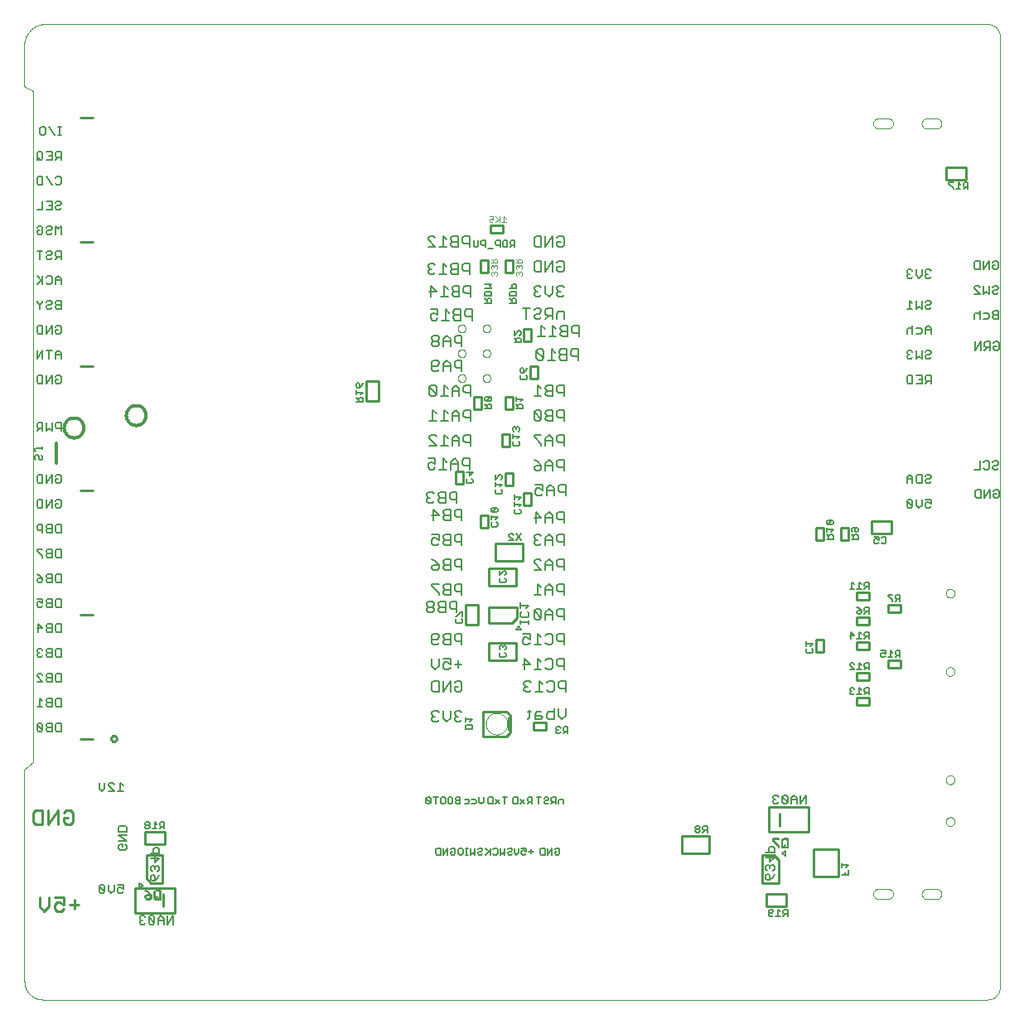
<source format=gbo>
G75*
G70*
%OFA0B0*%
%FSLAX24Y24*%
%IPPOS*%
%LPD*%
%AMOC8*
5,1,8,0,0,1.08239X$1,22.5*
%
%ADD10C,0.0060*%
%ADD11C,0.0000*%
%ADD12C,0.0050*%
%ADD13C,0.0100*%
%ADD14C,0.0120*%
%ADD15C,0.0080*%
%ADD16C,0.0040*%
D10*
X006207Y039637D02*
X006320Y039637D01*
X006377Y039694D01*
X006518Y039694D02*
X006575Y039637D01*
X006689Y039637D01*
X006745Y039694D01*
X006518Y039921D01*
X006518Y039694D01*
X006518Y039921D02*
X006575Y039978D01*
X006689Y039978D01*
X006745Y039921D01*
X006745Y039694D01*
X006887Y039637D02*
X006887Y039864D01*
X007000Y039978D01*
X007114Y039864D01*
X007114Y039637D01*
X007255Y039637D02*
X007255Y039978D01*
X007114Y039807D02*
X006887Y039807D01*
X007255Y039637D02*
X007482Y039978D01*
X007482Y039637D01*
X006982Y040637D02*
X006812Y040637D01*
X006755Y040694D01*
X006755Y040921D01*
X006812Y040978D01*
X006982Y040978D01*
X006982Y040637D01*
X006912Y040657D02*
X006968Y040714D01*
X006968Y040941D01*
X006912Y040998D01*
X006798Y040998D01*
X006742Y040941D01*
X006742Y040714D01*
X006798Y040657D01*
X006912Y040657D01*
X006855Y040771D02*
X006742Y040657D01*
X006614Y040694D02*
X006557Y040637D01*
X006443Y040637D01*
X006387Y040694D01*
X006387Y040751D01*
X006443Y040807D01*
X006614Y040807D01*
X006614Y040694D01*
X006600Y040714D02*
X006543Y040657D01*
X006430Y040657D01*
X006373Y040714D01*
X006373Y040771D01*
X006430Y040827D01*
X006600Y040827D01*
X006600Y040714D01*
X006614Y040807D02*
X006500Y040921D01*
X006387Y040978D01*
X006373Y040998D02*
X006487Y040941D01*
X006600Y040827D01*
X006649Y041384D02*
X006592Y041441D01*
X006592Y041554D01*
X006649Y041611D01*
X006705Y041611D01*
X006762Y041554D01*
X006762Y041384D01*
X006649Y041384D01*
X006762Y041384D02*
X006875Y041497D01*
X006932Y041611D01*
X006875Y041752D02*
X006932Y041809D01*
X006932Y041922D01*
X006875Y041979D01*
X006819Y041979D01*
X006762Y041922D01*
X006705Y041979D01*
X006649Y041979D01*
X006592Y041922D01*
X006592Y041809D01*
X006649Y041752D01*
X006762Y041866D02*
X006762Y041922D01*
X006762Y042121D02*
X006762Y042347D01*
X006705Y042489D02*
X006705Y042659D01*
X006762Y042716D01*
X006875Y042716D01*
X006932Y042659D01*
X006932Y042489D01*
X006592Y042489D01*
X006592Y042291D02*
X006932Y042291D01*
X006762Y042121D01*
X005632Y042694D02*
X005575Y042637D01*
X005349Y042637D01*
X005292Y042694D01*
X005292Y042807D01*
X005349Y042864D01*
X005462Y042864D01*
X005462Y042751D01*
X005575Y042864D02*
X005632Y042807D01*
X005632Y042694D01*
X005632Y043006D02*
X005292Y043232D01*
X005632Y043232D01*
X005632Y043374D02*
X005632Y043544D01*
X005575Y043601D01*
X005349Y043601D01*
X005292Y043544D01*
X005292Y043374D01*
X005632Y043374D01*
X005632Y043006D02*
X005292Y043006D01*
X005255Y041228D02*
X005482Y041228D01*
X005482Y041057D01*
X005368Y041114D01*
X005312Y041114D01*
X005255Y041057D01*
X005255Y040944D01*
X005312Y040887D01*
X005425Y040887D01*
X005482Y040944D01*
X005114Y041001D02*
X005000Y040887D01*
X004887Y041001D01*
X004887Y041228D01*
X004745Y041171D02*
X004689Y041228D01*
X004575Y041228D01*
X004518Y041171D01*
X004745Y040944D01*
X004689Y040887D01*
X004575Y040887D01*
X004518Y040944D01*
X004518Y041171D01*
X004745Y041171D02*
X004745Y040944D01*
X005114Y041001D02*
X005114Y041228D01*
X006207Y039978D02*
X006150Y039921D01*
X006150Y039864D01*
X006207Y039807D01*
X006150Y039751D01*
X006150Y039694D01*
X006207Y039637D01*
X006207Y039807D02*
X006263Y039807D01*
X006377Y039921D02*
X006320Y039978D01*
X006207Y039978D01*
X005482Y044987D02*
X005255Y044987D01*
X005368Y044987D02*
X005368Y045328D01*
X005482Y045214D01*
X005114Y045271D02*
X005057Y045328D01*
X004943Y045328D01*
X004887Y045271D01*
X004887Y045214D01*
X005114Y044987D01*
X004887Y044987D01*
X004745Y045101D02*
X004632Y044987D01*
X004518Y045101D01*
X004518Y045328D01*
X004745Y045328D02*
X004745Y045101D01*
X002982Y047387D02*
X002812Y047387D01*
X002755Y047444D01*
X002755Y047671D01*
X002812Y047728D01*
X002982Y047728D01*
X002982Y047387D01*
X002614Y047387D02*
X002443Y047387D01*
X002387Y047444D01*
X002387Y047501D01*
X002443Y047557D01*
X002614Y047557D01*
X002614Y047387D02*
X002614Y047728D01*
X002443Y047728D01*
X002387Y047671D01*
X002387Y047614D01*
X002443Y047557D01*
X002245Y047444D02*
X002018Y047671D01*
X002018Y047444D01*
X002075Y047387D01*
X002189Y047387D01*
X002245Y047444D01*
X002245Y047671D01*
X002189Y047728D01*
X002075Y047728D01*
X002018Y047671D01*
X002018Y048387D02*
X002245Y048387D01*
X002132Y048387D02*
X002132Y048728D01*
X002245Y048614D01*
X002387Y048614D02*
X002443Y048557D01*
X002614Y048557D01*
X002614Y048387D02*
X002443Y048387D01*
X002387Y048444D01*
X002387Y048501D01*
X002443Y048557D01*
X002387Y048614D02*
X002387Y048671D01*
X002443Y048728D01*
X002614Y048728D01*
X002614Y048387D01*
X002755Y048444D02*
X002755Y048671D01*
X002812Y048728D01*
X002982Y048728D01*
X002982Y048387D01*
X002812Y048387D01*
X002755Y048444D01*
X002812Y049387D02*
X002755Y049444D01*
X002755Y049671D01*
X002812Y049728D01*
X002982Y049728D01*
X002982Y049387D01*
X002812Y049387D01*
X002614Y049387D02*
X002443Y049387D01*
X002387Y049444D01*
X002387Y049501D01*
X002443Y049557D01*
X002614Y049557D01*
X002614Y049387D02*
X002614Y049728D01*
X002443Y049728D01*
X002387Y049671D01*
X002387Y049614D01*
X002443Y049557D01*
X002245Y049671D02*
X002189Y049728D01*
X002075Y049728D01*
X002018Y049671D01*
X002018Y049614D01*
X002245Y049387D01*
X002018Y049387D01*
X002075Y050387D02*
X002189Y050387D01*
X002245Y050444D01*
X002387Y050444D02*
X002443Y050387D01*
X002614Y050387D01*
X002614Y050728D01*
X002443Y050728D01*
X002387Y050671D01*
X002387Y050614D01*
X002443Y050557D01*
X002614Y050557D01*
X002443Y050557D02*
X002387Y050501D01*
X002387Y050444D01*
X002245Y050671D02*
X002189Y050728D01*
X002075Y050728D01*
X002018Y050671D01*
X002018Y050614D01*
X002075Y050557D01*
X002018Y050501D01*
X002018Y050444D01*
X002075Y050387D01*
X002075Y050557D02*
X002132Y050557D01*
X002755Y050444D02*
X002755Y050671D01*
X002812Y050728D01*
X002982Y050728D01*
X002982Y050387D01*
X002812Y050387D01*
X002755Y050444D01*
X002812Y051387D02*
X002755Y051444D01*
X002755Y051671D01*
X002812Y051728D01*
X002982Y051728D01*
X002982Y051387D01*
X002812Y051387D01*
X002614Y051387D02*
X002443Y051387D01*
X002387Y051444D01*
X002387Y051501D01*
X002443Y051557D01*
X002614Y051557D01*
X002614Y051387D02*
X002614Y051728D01*
X002443Y051728D01*
X002387Y051671D01*
X002387Y051614D01*
X002443Y051557D01*
X002245Y051557D02*
X002018Y051557D01*
X002075Y051387D02*
X002075Y051728D01*
X002245Y051557D01*
X002189Y052387D02*
X002075Y052387D01*
X002018Y052444D01*
X002018Y052557D01*
X002075Y052614D01*
X002132Y052614D01*
X002245Y052557D01*
X002245Y052728D01*
X002018Y052728D01*
X002245Y052444D02*
X002189Y052387D01*
X002387Y052444D02*
X002443Y052387D01*
X002614Y052387D01*
X002614Y052728D01*
X002443Y052728D01*
X002387Y052671D01*
X002387Y052614D01*
X002443Y052557D01*
X002614Y052557D01*
X002443Y052557D02*
X002387Y052501D01*
X002387Y052444D01*
X002755Y052444D02*
X002812Y052387D01*
X002982Y052387D01*
X002982Y052728D01*
X002812Y052728D01*
X002755Y052671D01*
X002755Y052444D01*
X002812Y053387D02*
X002755Y053444D01*
X002755Y053671D01*
X002812Y053728D01*
X002982Y053728D01*
X002982Y053387D01*
X002812Y053387D01*
X002614Y053387D02*
X002443Y053387D01*
X002387Y053444D01*
X002387Y053501D01*
X002443Y053557D01*
X002614Y053557D01*
X002614Y053387D02*
X002614Y053728D01*
X002443Y053728D01*
X002387Y053671D01*
X002387Y053614D01*
X002443Y053557D01*
X002245Y053557D02*
X002075Y053557D01*
X002018Y053501D01*
X002018Y053444D01*
X002075Y053387D01*
X002189Y053387D01*
X002245Y053444D01*
X002245Y053557D01*
X002132Y053671D01*
X002018Y053728D01*
X002245Y054387D02*
X002245Y054444D01*
X002018Y054671D01*
X002018Y054728D01*
X002245Y054728D01*
X002387Y054671D02*
X002387Y054614D01*
X002443Y054557D01*
X002614Y054557D01*
X002614Y054387D02*
X002443Y054387D01*
X002387Y054444D01*
X002387Y054501D01*
X002443Y054557D01*
X002387Y054671D02*
X002443Y054728D01*
X002614Y054728D01*
X002614Y054387D01*
X002755Y054444D02*
X002755Y054671D01*
X002812Y054728D01*
X002982Y054728D01*
X002982Y054387D01*
X002812Y054387D01*
X002755Y054444D01*
X002812Y055387D02*
X002755Y055444D01*
X002755Y055671D01*
X002812Y055728D01*
X002982Y055728D01*
X002982Y055387D01*
X002812Y055387D01*
X002614Y055387D02*
X002443Y055387D01*
X002387Y055444D01*
X002387Y055501D01*
X002443Y055557D01*
X002614Y055557D01*
X002614Y055387D02*
X002614Y055728D01*
X002443Y055728D01*
X002387Y055671D01*
X002387Y055614D01*
X002443Y055557D01*
X002245Y055501D02*
X002075Y055501D01*
X002018Y055557D01*
X002018Y055671D01*
X002075Y055728D01*
X002245Y055728D01*
X002245Y055387D01*
X002245Y056387D02*
X002075Y056387D01*
X002018Y056444D01*
X002018Y056671D01*
X002075Y056728D01*
X002245Y056728D01*
X002245Y056387D01*
X002387Y056387D02*
X002387Y056728D01*
X002614Y056728D02*
X002387Y056387D01*
X002614Y056387D02*
X002614Y056728D01*
X002755Y056671D02*
X002812Y056728D01*
X002925Y056728D01*
X002982Y056671D01*
X002982Y056444D01*
X002925Y056387D01*
X002812Y056387D01*
X002755Y056444D01*
X002755Y056557D01*
X002868Y056557D01*
X002812Y057387D02*
X002755Y057444D01*
X002755Y057557D01*
X002868Y057557D01*
X002755Y057671D02*
X002812Y057728D01*
X002925Y057728D01*
X002982Y057671D01*
X002982Y057444D01*
X002925Y057387D01*
X002812Y057387D01*
X002614Y057387D02*
X002614Y057728D01*
X002387Y057387D01*
X002387Y057728D01*
X002245Y057728D02*
X002075Y057728D01*
X002018Y057671D01*
X002018Y057444D01*
X002075Y057387D01*
X002245Y057387D01*
X002245Y057728D01*
X002245Y059487D02*
X002245Y059828D01*
X002075Y059828D01*
X002018Y059771D01*
X002018Y059657D01*
X002075Y059601D01*
X002245Y059601D01*
X002132Y059601D02*
X002018Y059487D01*
X002387Y059487D02*
X002387Y059828D01*
X002614Y059828D02*
X002614Y059487D01*
X002500Y059601D01*
X002387Y059487D01*
X002755Y059657D02*
X002812Y059601D01*
X002982Y059601D01*
X002982Y059487D02*
X002982Y059828D01*
X002812Y059828D01*
X002755Y059771D01*
X002755Y059657D01*
X002812Y061387D02*
X002755Y061444D01*
X002755Y061557D01*
X002868Y061557D01*
X002755Y061671D02*
X002812Y061728D01*
X002925Y061728D01*
X002982Y061671D01*
X002982Y061444D01*
X002925Y061387D01*
X002812Y061387D01*
X002614Y061387D02*
X002614Y061728D01*
X002387Y061387D01*
X002387Y061728D01*
X002245Y061728D02*
X002075Y061728D01*
X002018Y061671D01*
X002018Y061444D01*
X002075Y061387D01*
X002245Y061387D01*
X002245Y061728D01*
X002245Y062387D02*
X002245Y062728D01*
X002018Y062387D01*
X002018Y062728D01*
X002387Y062728D02*
X002614Y062728D01*
X002500Y062728D02*
X002500Y062387D01*
X002755Y062387D02*
X002755Y062614D01*
X002868Y062728D01*
X002982Y062614D01*
X002982Y062387D01*
X002982Y062557D02*
X002755Y062557D01*
X002812Y063387D02*
X002755Y063444D01*
X002755Y063557D01*
X002868Y063557D01*
X002755Y063671D02*
X002812Y063728D01*
X002925Y063728D01*
X002982Y063671D01*
X002982Y063444D01*
X002925Y063387D01*
X002812Y063387D01*
X002614Y063387D02*
X002614Y063728D01*
X002387Y063387D01*
X002387Y063728D01*
X002245Y063728D02*
X002075Y063728D01*
X002018Y063671D01*
X002018Y063444D01*
X002075Y063387D01*
X002245Y063387D01*
X002245Y063728D01*
X002132Y064387D02*
X002132Y064557D01*
X002018Y064671D01*
X002018Y064728D01*
X002132Y064557D02*
X002245Y064671D01*
X002245Y064728D01*
X002387Y064671D02*
X002443Y064728D01*
X002557Y064728D01*
X002614Y064671D01*
X002614Y064614D01*
X002557Y064557D01*
X002443Y064557D01*
X002387Y064501D01*
X002387Y064444D01*
X002443Y064387D01*
X002557Y064387D01*
X002614Y064444D01*
X002755Y064444D02*
X002812Y064387D01*
X002982Y064387D01*
X002982Y064728D01*
X002812Y064728D01*
X002755Y064671D01*
X002755Y064614D01*
X002812Y064557D01*
X002982Y064557D01*
X002812Y064557D02*
X002755Y064501D01*
X002755Y064444D01*
X002755Y065387D02*
X002755Y065614D01*
X002868Y065728D01*
X002982Y065614D01*
X002982Y065387D01*
X002982Y065557D02*
X002755Y065557D01*
X002614Y065444D02*
X002614Y065671D01*
X002557Y065728D01*
X002443Y065728D01*
X002387Y065671D01*
X002245Y065728D02*
X002245Y065387D01*
X002245Y065501D02*
X002018Y065728D01*
X002189Y065557D02*
X002018Y065387D01*
X002387Y065444D02*
X002443Y065387D01*
X002557Y065387D01*
X002614Y065444D01*
X002557Y066387D02*
X002443Y066387D01*
X002387Y066444D01*
X002387Y066501D01*
X002443Y066557D01*
X002557Y066557D01*
X002614Y066614D01*
X002614Y066671D01*
X002557Y066728D01*
X002443Y066728D01*
X002387Y066671D01*
X002245Y066728D02*
X002018Y066728D01*
X002132Y066728D02*
X002132Y066387D01*
X002557Y066387D02*
X002614Y066444D01*
X002755Y066387D02*
X002868Y066501D01*
X002812Y066501D02*
X002982Y066501D01*
X002982Y066387D02*
X002982Y066728D01*
X002812Y066728D01*
X002755Y066671D01*
X002755Y066557D01*
X002812Y066501D01*
X002755Y067387D02*
X002755Y067728D01*
X002868Y067614D01*
X002982Y067728D01*
X002982Y067387D01*
X002614Y067444D02*
X002557Y067387D01*
X002443Y067387D01*
X002387Y067444D01*
X002387Y067501D01*
X002443Y067557D01*
X002557Y067557D01*
X002614Y067614D01*
X002614Y067671D01*
X002557Y067728D01*
X002443Y067728D01*
X002387Y067671D01*
X002245Y067671D02*
X002245Y067444D01*
X002189Y067387D01*
X002075Y067387D01*
X002018Y067444D01*
X002018Y067557D01*
X002132Y067557D01*
X002245Y067671D02*
X002189Y067728D01*
X002075Y067728D01*
X002018Y067671D01*
X002018Y068387D02*
X002245Y068387D01*
X002245Y068728D01*
X002387Y068728D02*
X002614Y068728D01*
X002614Y068387D01*
X002387Y068387D01*
X002500Y068557D02*
X002614Y068557D01*
X002755Y068501D02*
X002755Y068444D01*
X002812Y068387D01*
X002925Y068387D01*
X002982Y068444D01*
X002925Y068557D02*
X002982Y068614D01*
X002982Y068671D01*
X002925Y068728D01*
X002812Y068728D01*
X002755Y068671D01*
X002812Y068557D02*
X002755Y068501D01*
X002812Y068557D02*
X002925Y068557D01*
X002925Y069387D02*
X002812Y069387D01*
X002755Y069444D01*
X002614Y069387D02*
X002387Y069728D01*
X002245Y069728D02*
X002075Y069728D01*
X002018Y069671D01*
X002018Y069444D01*
X002075Y069387D01*
X002245Y069387D01*
X002245Y069728D01*
X002755Y069671D02*
X002812Y069728D01*
X002925Y069728D01*
X002982Y069671D01*
X002982Y069444D01*
X002925Y069387D01*
X002982Y070387D02*
X002982Y070728D01*
X002812Y070728D01*
X002755Y070671D01*
X002755Y070557D01*
X002812Y070501D01*
X002982Y070501D01*
X002868Y070501D02*
X002755Y070387D01*
X002614Y070387D02*
X002387Y070387D01*
X002245Y070444D02*
X002189Y070387D01*
X002075Y070387D01*
X002018Y070444D01*
X002018Y070671D01*
X002075Y070728D01*
X002189Y070728D01*
X002245Y070671D01*
X002245Y070444D01*
X002132Y070501D02*
X002018Y070387D01*
X002387Y070728D02*
X002614Y070728D01*
X002614Y070387D01*
X002614Y070557D02*
X002500Y070557D01*
X002311Y071387D02*
X002198Y071387D01*
X002141Y071444D01*
X002141Y071671D01*
X002198Y071728D01*
X002311Y071728D01*
X002368Y071671D01*
X002368Y071444D01*
X002311Y071387D01*
X002509Y071728D02*
X002736Y071387D01*
X002868Y071387D02*
X002982Y071387D01*
X002925Y071387D02*
X002925Y071728D01*
X002982Y071728D02*
X002868Y071728D01*
X017749Y067254D02*
X017822Y067328D01*
X017969Y067328D01*
X018042Y067254D01*
X017749Y067254D02*
X017749Y067181D01*
X018042Y066887D01*
X017749Y066887D01*
X018209Y066887D02*
X018503Y066887D01*
X018356Y066887D02*
X018356Y067328D01*
X018503Y067181D01*
X018669Y067181D02*
X018743Y067107D01*
X018963Y067107D01*
X019130Y067107D02*
X019203Y067034D01*
X019423Y067034D01*
X019423Y066887D02*
X019423Y067328D01*
X019203Y067328D01*
X019130Y067254D01*
X019130Y067107D01*
X018963Y066887D02*
X018963Y067328D01*
X018743Y067328D01*
X018669Y067254D01*
X018669Y067181D01*
X018743Y067107D02*
X018669Y067034D01*
X018669Y066961D01*
X018743Y066887D01*
X018963Y066887D01*
X018963Y066228D02*
X018743Y066228D01*
X018669Y066154D01*
X018669Y066081D01*
X018743Y066007D01*
X018963Y066007D01*
X019130Y066007D02*
X019203Y065934D01*
X019423Y065934D01*
X019423Y065787D02*
X019423Y066228D01*
X019203Y066228D01*
X019130Y066154D01*
X019130Y066007D01*
X018963Y065787D02*
X018743Y065787D01*
X018669Y065861D01*
X018669Y065934D01*
X018743Y066007D01*
X018503Y066081D02*
X018356Y066228D01*
X018356Y065787D01*
X018503Y065787D02*
X018209Y065787D01*
X018042Y065861D02*
X017969Y065787D01*
X017822Y065787D01*
X017749Y065861D01*
X017749Y065934D01*
X017822Y066007D01*
X017896Y066007D01*
X017822Y066007D02*
X017749Y066081D01*
X017749Y066154D01*
X017822Y066228D01*
X017969Y066228D01*
X018042Y066154D01*
X017872Y065328D02*
X018092Y065107D01*
X017799Y065107D01*
X017872Y064887D02*
X017872Y065328D01*
X018406Y065328D02*
X018406Y064887D01*
X018553Y064887D02*
X018259Y064887D01*
X018553Y065181D02*
X018406Y065328D01*
X018719Y065254D02*
X018719Y065181D01*
X018793Y065107D01*
X019013Y065107D01*
X019180Y065107D02*
X019253Y065034D01*
X019473Y065034D01*
X019473Y064887D02*
X019473Y065328D01*
X019253Y065328D01*
X019180Y065254D01*
X019180Y065107D01*
X019013Y064887D02*
X018793Y064887D01*
X018719Y064961D01*
X018719Y065034D01*
X018793Y065107D01*
X018719Y065254D02*
X018793Y065328D01*
X019013Y065328D01*
X019013Y064887D01*
X019063Y064378D02*
X018843Y064378D01*
X018769Y064304D01*
X018769Y064231D01*
X018843Y064157D01*
X019063Y064157D01*
X019230Y064157D02*
X019303Y064084D01*
X019523Y064084D01*
X019523Y063937D02*
X019523Y064378D01*
X019303Y064378D01*
X019230Y064304D01*
X019230Y064157D01*
X019063Y063937D02*
X019063Y064378D01*
X018843Y064157D02*
X018769Y064084D01*
X018769Y064011D01*
X018843Y063937D01*
X019063Y063937D01*
X018603Y063937D02*
X018309Y063937D01*
X018456Y063937D02*
X018456Y064378D01*
X018603Y064231D01*
X018142Y064157D02*
X017996Y064231D01*
X017922Y064231D01*
X017849Y064157D01*
X017849Y064011D01*
X017922Y063937D01*
X018069Y063937D01*
X018142Y064011D01*
X018142Y064157D02*
X018142Y064378D01*
X017849Y064378D01*
X017972Y063328D02*
X017899Y063254D01*
X017899Y063181D01*
X017972Y063107D01*
X018119Y063107D01*
X018192Y063181D01*
X018192Y063254D01*
X018119Y063328D01*
X017972Y063328D01*
X017972Y063107D02*
X017899Y063034D01*
X017899Y062961D01*
X017972Y062887D01*
X018119Y062887D01*
X018192Y062961D01*
X018192Y063034D01*
X018119Y063107D01*
X018359Y063107D02*
X018653Y063107D01*
X018653Y063181D02*
X018506Y063328D01*
X018359Y063181D01*
X018359Y062887D01*
X018653Y062887D02*
X018653Y063181D01*
X018819Y063254D02*
X018819Y063107D01*
X018893Y063034D01*
X019113Y063034D01*
X019113Y062887D02*
X019113Y063328D01*
X018893Y063328D01*
X018819Y063254D01*
X018893Y062328D02*
X018819Y062254D01*
X018819Y062107D01*
X018893Y062034D01*
X019113Y062034D01*
X019113Y061887D02*
X019113Y062328D01*
X018893Y062328D01*
X018653Y062181D02*
X018506Y062328D01*
X018359Y062181D01*
X018359Y061887D01*
X018192Y061961D02*
X018119Y061887D01*
X017972Y061887D01*
X017899Y061961D01*
X017899Y062254D01*
X017972Y062328D01*
X018119Y062328D01*
X018192Y062254D01*
X018192Y062181D01*
X018119Y062107D01*
X017899Y062107D01*
X018359Y062107D02*
X018653Y062107D01*
X018653Y062181D02*
X018653Y061887D01*
X018866Y061328D02*
X018719Y061181D01*
X018719Y060887D01*
X018553Y060887D02*
X018259Y060887D01*
X018406Y060887D02*
X018406Y061328D01*
X018553Y061181D01*
X018719Y061107D02*
X019013Y061107D01*
X019013Y061181D02*
X018866Y061328D01*
X019013Y061181D02*
X019013Y060887D01*
X019180Y061107D02*
X019253Y061034D01*
X019473Y061034D01*
X019473Y060887D02*
X019473Y061328D01*
X019253Y061328D01*
X019180Y061254D01*
X019180Y061107D01*
X019253Y060328D02*
X019180Y060254D01*
X019180Y060107D01*
X019253Y060034D01*
X019473Y060034D01*
X019473Y059887D02*
X019473Y060328D01*
X019253Y060328D01*
X019013Y060181D02*
X018866Y060328D01*
X018719Y060181D01*
X018719Y059887D01*
X018553Y059887D02*
X018259Y059887D01*
X018406Y059887D02*
X018406Y060328D01*
X018553Y060181D01*
X018719Y060107D02*
X019013Y060107D01*
X019013Y060181D02*
X019013Y059887D01*
X018866Y059328D02*
X018719Y059181D01*
X018719Y058887D01*
X018553Y058887D02*
X018259Y058887D01*
X018406Y058887D02*
X018406Y059328D01*
X018553Y059181D01*
X018719Y059107D02*
X019013Y059107D01*
X019013Y059181D02*
X018866Y059328D01*
X019013Y059181D02*
X019013Y058887D01*
X019180Y059107D02*
X019253Y059034D01*
X019473Y059034D01*
X019473Y058887D02*
X019473Y059328D01*
X019253Y059328D01*
X019180Y059254D01*
X019180Y059107D01*
X019203Y058378D02*
X019130Y058304D01*
X019130Y058157D01*
X019203Y058084D01*
X019423Y058084D01*
X019423Y057937D02*
X019423Y058378D01*
X019203Y058378D01*
X018963Y058231D02*
X018816Y058378D01*
X018669Y058231D01*
X018669Y057937D01*
X018503Y057937D02*
X018209Y057937D01*
X018356Y057937D02*
X018356Y058378D01*
X018503Y058231D01*
X018669Y058157D02*
X018963Y058157D01*
X018963Y058231D02*
X018963Y057937D01*
X018913Y057028D02*
X018693Y057028D01*
X018619Y056954D01*
X018619Y056807D01*
X018693Y056734D01*
X018913Y056734D01*
X018913Y056587D02*
X018913Y057028D01*
X018893Y056328D02*
X018819Y056254D01*
X018819Y056107D01*
X018893Y056034D01*
X019113Y056034D01*
X019113Y055887D02*
X019113Y056328D01*
X018893Y056328D01*
X018653Y056328D02*
X018653Y055887D01*
X018432Y055887D01*
X018359Y055961D01*
X018359Y056034D01*
X018432Y056107D01*
X018653Y056107D01*
X018432Y056107D02*
X018359Y056181D01*
X018359Y056254D01*
X018432Y056328D01*
X018653Y056328D01*
X018453Y056587D02*
X018232Y056587D01*
X018159Y056661D01*
X018159Y056734D01*
X018232Y056807D01*
X018453Y056807D01*
X018453Y056587D02*
X018453Y057028D01*
X018232Y057028D01*
X018159Y056954D01*
X018159Y056881D01*
X018232Y056807D01*
X017992Y056661D02*
X017919Y056587D01*
X017772Y056587D01*
X017699Y056661D01*
X017699Y056734D01*
X017772Y056807D01*
X017845Y056807D01*
X017772Y056807D02*
X017699Y056881D01*
X017699Y056954D01*
X017772Y057028D01*
X017919Y057028D01*
X017992Y056954D01*
X017972Y056328D02*
X018192Y056107D01*
X017899Y056107D01*
X017972Y055887D02*
X017972Y056328D01*
X017899Y055328D02*
X018192Y055328D01*
X018192Y055107D01*
X018045Y055181D01*
X017972Y055181D01*
X017899Y055107D01*
X017899Y054961D01*
X017972Y054887D01*
X018119Y054887D01*
X018192Y054961D01*
X018359Y054961D02*
X018432Y054887D01*
X018653Y054887D01*
X018653Y055328D01*
X018432Y055328D01*
X018359Y055254D01*
X018359Y055181D01*
X018432Y055107D01*
X018653Y055107D01*
X018819Y055107D02*
X018893Y055034D01*
X019113Y055034D01*
X019113Y054887D02*
X019113Y055328D01*
X018893Y055328D01*
X018819Y055254D01*
X018819Y055107D01*
X018432Y055107D02*
X018359Y055034D01*
X018359Y054961D01*
X018432Y054328D02*
X018359Y054254D01*
X018359Y054181D01*
X018432Y054107D01*
X018653Y054107D01*
X018819Y054107D02*
X018893Y054034D01*
X019113Y054034D01*
X019113Y053887D02*
X019113Y054328D01*
X018893Y054328D01*
X018819Y054254D01*
X018819Y054107D01*
X018653Y053887D02*
X018653Y054328D01*
X018432Y054328D01*
X018432Y054107D02*
X018359Y054034D01*
X018359Y053961D01*
X018432Y053887D01*
X018653Y053887D01*
X018192Y053961D02*
X018192Y054107D01*
X017972Y054107D01*
X017899Y054034D01*
X017899Y053961D01*
X017972Y053887D01*
X018119Y053887D01*
X018192Y053961D01*
X018192Y054107D02*
X018045Y054254D01*
X017899Y054328D01*
X017899Y053328D02*
X017899Y053254D01*
X018192Y052961D01*
X018192Y052887D01*
X018359Y052961D02*
X018432Y052887D01*
X018653Y052887D01*
X018653Y053328D01*
X018432Y053328D01*
X018359Y053254D01*
X018359Y053181D01*
X018432Y053107D01*
X018653Y053107D01*
X018819Y053107D02*
X018893Y053034D01*
X019113Y053034D01*
X019113Y052887D02*
X019113Y053328D01*
X018893Y053328D01*
X018819Y053254D01*
X018819Y053107D01*
X018432Y053107D02*
X018359Y053034D01*
X018359Y052961D01*
X018453Y052628D02*
X018232Y052628D01*
X018159Y052554D01*
X018159Y052481D01*
X018232Y052407D01*
X018453Y052407D01*
X018619Y052407D02*
X018619Y052554D01*
X018693Y052628D01*
X018913Y052628D01*
X018913Y052187D01*
X018913Y052334D02*
X018693Y052334D01*
X018619Y052407D01*
X018453Y052187D02*
X018453Y052628D01*
X018232Y052407D02*
X018159Y052334D01*
X018159Y052261D01*
X018232Y052187D01*
X018453Y052187D01*
X017992Y052261D02*
X017992Y052334D01*
X017919Y052407D01*
X017772Y052407D01*
X017699Y052334D01*
X017699Y052261D01*
X017772Y052187D01*
X017919Y052187D01*
X017992Y052261D01*
X017919Y052407D02*
X017992Y052481D01*
X017992Y052554D01*
X017919Y052628D01*
X017772Y052628D01*
X017699Y052554D01*
X017699Y052481D01*
X017772Y052407D01*
X017972Y051328D02*
X018119Y051328D01*
X018192Y051254D01*
X018192Y051181D01*
X018119Y051107D01*
X017899Y051107D01*
X017899Y050961D02*
X017899Y051254D01*
X017972Y051328D01*
X017899Y050961D02*
X017972Y050887D01*
X018119Y050887D01*
X018192Y050961D01*
X018359Y050961D02*
X018432Y050887D01*
X018653Y050887D01*
X018653Y051328D01*
X018432Y051328D01*
X018359Y051254D01*
X018359Y051181D01*
X018432Y051107D01*
X018653Y051107D01*
X018819Y051107D02*
X018893Y051034D01*
X019113Y051034D01*
X019113Y050887D02*
X019113Y051328D01*
X018893Y051328D01*
X018819Y051254D01*
X018819Y051107D01*
X018432Y051107D02*
X018359Y051034D01*
X018359Y050961D01*
X018359Y050328D02*
X018653Y050328D01*
X018653Y050107D01*
X018506Y050181D01*
X018432Y050181D01*
X018359Y050107D01*
X018359Y049961D01*
X018432Y049887D01*
X018579Y049887D01*
X018653Y049961D01*
X018819Y050107D02*
X019113Y050107D01*
X018966Y050254D02*
X018966Y049961D01*
X018893Y049428D02*
X019040Y049428D01*
X019113Y049354D01*
X019113Y049061D01*
X019040Y048987D01*
X018893Y048987D01*
X018819Y049061D01*
X018819Y049207D01*
X018966Y049207D01*
X018819Y049354D02*
X018893Y049428D01*
X018653Y049428D02*
X018653Y048987D01*
X018359Y048987D02*
X018359Y049428D01*
X018192Y049428D02*
X017972Y049428D01*
X017899Y049354D01*
X017899Y049061D01*
X017972Y048987D01*
X018192Y048987D01*
X018192Y049428D01*
X018653Y049428D02*
X018359Y048987D01*
X018359Y048228D02*
X018359Y047934D01*
X018506Y047787D01*
X018653Y047934D01*
X018653Y048228D01*
X018819Y048154D02*
X018819Y048081D01*
X018893Y048007D01*
X018819Y047934D01*
X018819Y047861D01*
X018893Y047787D01*
X019040Y047787D01*
X019113Y047861D01*
X018966Y048007D02*
X018893Y048007D01*
X018819Y048154D02*
X018893Y048228D01*
X019040Y048228D01*
X019113Y048154D01*
X018192Y048154D02*
X018119Y048228D01*
X017972Y048228D01*
X017899Y048154D01*
X017899Y048081D01*
X017972Y048007D01*
X017899Y047934D01*
X017899Y047861D01*
X017972Y047787D01*
X018119Y047787D01*
X018192Y047861D01*
X018045Y048007D02*
X017972Y048007D01*
X018045Y049887D02*
X017899Y050034D01*
X017899Y050328D01*
X018192Y050328D02*
X018192Y050034D01*
X018045Y049887D01*
X018192Y053328D02*
X017899Y053328D01*
X017969Y057937D02*
X018042Y058011D01*
X017969Y057937D02*
X017822Y057937D01*
X017749Y058011D01*
X017749Y058157D01*
X017822Y058231D01*
X017896Y058231D01*
X018042Y058157D01*
X018042Y058378D01*
X017749Y058378D01*
X017799Y058887D02*
X018092Y058887D01*
X017799Y059181D01*
X017799Y059254D01*
X017872Y059328D01*
X018019Y059328D01*
X018092Y059254D01*
X018092Y059887D02*
X017799Y059887D01*
X017946Y059887D02*
X017946Y060328D01*
X018092Y060181D01*
X018019Y060887D02*
X018092Y060961D01*
X017799Y061254D01*
X017799Y060961D01*
X017872Y060887D01*
X018019Y060887D01*
X018092Y060961D02*
X018092Y061254D01*
X018019Y061328D01*
X017872Y061328D01*
X017799Y061254D01*
X018963Y065787D02*
X018963Y066228D01*
X021557Y064428D02*
X021851Y064428D01*
X021704Y064428D02*
X021704Y063987D01*
X022018Y064061D02*
X022091Y063987D01*
X022238Y063987D01*
X022311Y064061D01*
X022238Y064207D02*
X022311Y064281D01*
X022311Y064354D01*
X022238Y064428D01*
X022091Y064428D01*
X022018Y064354D01*
X022091Y064207D02*
X022018Y064134D01*
X022018Y064061D01*
X022091Y064207D02*
X022238Y064207D01*
X022478Y064207D02*
X022551Y064134D01*
X022771Y064134D01*
X022625Y064134D02*
X022478Y063987D01*
X022478Y064207D02*
X022478Y064354D01*
X022551Y064428D01*
X022771Y064428D01*
X022771Y063987D01*
X022938Y063987D02*
X022938Y064207D01*
X023012Y064281D01*
X023232Y064281D01*
X023232Y063987D01*
X023151Y063728D02*
X023078Y063654D01*
X023078Y063581D01*
X023151Y063507D01*
X023371Y063507D01*
X023538Y063507D02*
X023612Y063434D01*
X023832Y063434D01*
X023832Y063287D02*
X023832Y063728D01*
X023612Y063728D01*
X023538Y063654D01*
X023538Y063507D01*
X023371Y063287D02*
X023151Y063287D01*
X023078Y063361D01*
X023078Y063434D01*
X023151Y063507D01*
X023151Y063728D02*
X023371Y063728D01*
X023371Y063287D01*
X022911Y063287D02*
X022618Y063287D01*
X022764Y063287D02*
X022764Y063728D01*
X022911Y063581D01*
X022451Y063581D02*
X022304Y063728D01*
X022304Y063287D01*
X022451Y063287D02*
X022157Y063287D01*
X022181Y062778D02*
X022107Y062704D01*
X022401Y062411D01*
X022327Y062337D01*
X022181Y062337D01*
X022107Y062411D01*
X022107Y062704D01*
X022181Y062778D02*
X022327Y062778D01*
X022401Y062704D01*
X022401Y062411D01*
X022568Y062337D02*
X022861Y062337D01*
X022714Y062337D02*
X022714Y062778D01*
X022861Y062631D01*
X023028Y062631D02*
X023101Y062557D01*
X023321Y062557D01*
X023488Y062557D02*
X023562Y062484D01*
X023782Y062484D01*
X023782Y062337D02*
X023782Y062778D01*
X023562Y062778D01*
X023488Y062704D01*
X023488Y062557D01*
X023321Y062337D02*
X023321Y062778D01*
X023101Y062778D01*
X023028Y062704D01*
X023028Y062631D01*
X023101Y062557D02*
X023028Y062484D01*
X023028Y062411D01*
X023101Y062337D01*
X023321Y062337D01*
X023232Y061328D02*
X023012Y061328D01*
X022938Y061254D01*
X022938Y061107D01*
X023012Y061034D01*
X023232Y061034D01*
X023232Y060887D02*
X023232Y061328D01*
X022771Y061328D02*
X022771Y060887D01*
X022551Y060887D01*
X022478Y060961D01*
X022478Y061034D01*
X022551Y061107D01*
X022771Y061107D01*
X022551Y061107D02*
X022478Y061181D01*
X022478Y061254D01*
X022551Y061328D01*
X022771Y061328D01*
X022311Y061181D02*
X022164Y061328D01*
X022164Y060887D01*
X022018Y060887D02*
X022311Y060887D01*
X022238Y060328D02*
X022311Y060254D01*
X022311Y059961D01*
X022018Y060254D01*
X022018Y059961D01*
X022091Y059887D01*
X022238Y059887D01*
X022311Y059961D01*
X022478Y059961D02*
X022551Y059887D01*
X022771Y059887D01*
X022771Y060328D01*
X022551Y060328D01*
X022478Y060254D01*
X022478Y060181D01*
X022551Y060107D01*
X022771Y060107D01*
X022938Y060107D02*
X023012Y060034D01*
X023232Y060034D01*
X023232Y059887D02*
X023232Y060328D01*
X023012Y060328D01*
X022938Y060254D01*
X022938Y060107D01*
X022551Y060107D02*
X022478Y060034D01*
X022478Y059961D01*
X022238Y060328D02*
X022091Y060328D01*
X022018Y060254D01*
X022018Y059328D02*
X022018Y059254D01*
X022311Y058961D01*
X022311Y058887D01*
X022478Y058887D02*
X022478Y059181D01*
X022625Y059328D01*
X022771Y059181D01*
X022771Y058887D01*
X022771Y059107D02*
X022478Y059107D01*
X022311Y059328D02*
X022018Y059328D01*
X022018Y058328D02*
X022164Y058254D01*
X022311Y058107D01*
X022091Y058107D01*
X022018Y058034D01*
X022018Y057961D01*
X022091Y057887D01*
X022238Y057887D01*
X022311Y057961D01*
X022311Y058107D01*
X022478Y058107D02*
X022771Y058107D01*
X022771Y058181D02*
X022625Y058328D01*
X022478Y058181D01*
X022478Y057887D01*
X022771Y057887D02*
X022771Y058181D01*
X022938Y058254D02*
X022938Y058107D01*
X023012Y058034D01*
X023232Y058034D01*
X023232Y057887D02*
X023232Y058328D01*
X023012Y058328D01*
X022938Y058254D01*
X023232Y058887D02*
X023232Y059328D01*
X023012Y059328D01*
X022938Y059254D01*
X022938Y059107D01*
X023012Y059034D01*
X023232Y059034D01*
X023282Y057328D02*
X023062Y057328D01*
X022988Y057254D01*
X022988Y057107D01*
X023062Y057034D01*
X023282Y057034D01*
X023282Y056887D02*
X023282Y057328D01*
X022821Y057181D02*
X022821Y056887D01*
X022821Y057107D02*
X022528Y057107D01*
X022528Y057181D02*
X022528Y056887D01*
X022361Y056961D02*
X022288Y056887D01*
X022141Y056887D01*
X022068Y056961D01*
X022068Y057107D01*
X022141Y057181D01*
X022214Y057181D01*
X022361Y057107D01*
X022361Y057328D01*
X022068Y057328D01*
X022528Y057181D02*
X022675Y057328D01*
X022821Y057181D01*
X023012Y056228D02*
X022938Y056154D01*
X022938Y056007D01*
X023012Y055934D01*
X023232Y055934D01*
X023232Y055787D02*
X023232Y056228D01*
X023012Y056228D01*
X022771Y056081D02*
X022625Y056228D01*
X022478Y056081D01*
X022478Y055787D01*
X022478Y056007D02*
X022771Y056007D01*
X022771Y056081D02*
X022771Y055787D01*
X022625Y055328D02*
X022478Y055181D01*
X022478Y054887D01*
X022311Y054961D02*
X022238Y054887D01*
X022091Y054887D01*
X022018Y054961D01*
X022018Y055034D01*
X022091Y055107D01*
X022164Y055107D01*
X022091Y055107D02*
X022018Y055181D01*
X022018Y055254D01*
X022091Y055328D01*
X022238Y055328D01*
X022311Y055254D01*
X022478Y055107D02*
X022771Y055107D01*
X022771Y055181D02*
X022625Y055328D01*
X022771Y055181D02*
X022771Y054887D01*
X022938Y055107D02*
X023012Y055034D01*
X023232Y055034D01*
X023232Y054887D02*
X023232Y055328D01*
X023012Y055328D01*
X022938Y055254D01*
X022938Y055107D01*
X023012Y054328D02*
X022938Y054254D01*
X022938Y054107D01*
X023012Y054034D01*
X023232Y054034D01*
X023232Y053887D02*
X023232Y054328D01*
X023012Y054328D01*
X022771Y054181D02*
X022625Y054328D01*
X022478Y054181D01*
X022478Y053887D01*
X022311Y053887D02*
X022018Y054181D01*
X022018Y054254D01*
X022091Y054328D01*
X022238Y054328D01*
X022311Y054254D01*
X022478Y054107D02*
X022771Y054107D01*
X022771Y054181D02*
X022771Y053887D01*
X022311Y053887D02*
X022018Y053887D01*
X022164Y053328D02*
X022164Y052887D01*
X022018Y052887D02*
X022311Y052887D01*
X022478Y052887D02*
X022478Y053181D01*
X022625Y053328D01*
X022771Y053181D01*
X022771Y052887D01*
X022771Y053107D02*
X022478Y053107D01*
X022311Y053181D02*
X022164Y053328D01*
X021812Y052464D02*
X021472Y052464D01*
X021472Y052351D02*
X021472Y052578D01*
X021699Y052351D02*
X021812Y052464D01*
X021755Y052210D02*
X021812Y052153D01*
X021812Y052039D01*
X021755Y051983D01*
X021529Y051983D01*
X021472Y052039D01*
X021472Y052153D01*
X021529Y052210D01*
X021472Y051851D02*
X021472Y051737D01*
X021472Y051794D02*
X021812Y051794D01*
X021812Y051737D02*
X021812Y051851D01*
X022018Y051961D02*
X022091Y051887D01*
X022238Y051887D01*
X022311Y051961D01*
X022018Y052254D01*
X022018Y051961D01*
X022311Y051961D02*
X022311Y052254D01*
X022238Y052328D01*
X022091Y052328D01*
X022018Y052254D01*
X022478Y052181D02*
X022478Y051887D01*
X022478Y052107D02*
X022771Y052107D01*
X022771Y052181D02*
X022625Y052328D01*
X022478Y052181D01*
X022771Y052181D02*
X022771Y051887D01*
X022938Y052107D02*
X023012Y052034D01*
X023232Y052034D01*
X023232Y051887D02*
X023232Y052328D01*
X023012Y052328D01*
X022938Y052254D01*
X022938Y052107D01*
X023012Y051328D02*
X022938Y051254D01*
X022938Y051107D01*
X023012Y051034D01*
X023232Y051034D01*
X023232Y050887D02*
X023232Y051328D01*
X023012Y051328D01*
X022771Y051254D02*
X022771Y050961D01*
X022698Y050887D01*
X022551Y050887D01*
X022478Y050961D01*
X022311Y050887D02*
X022018Y050887D01*
X022164Y050887D02*
X022164Y051328D01*
X022311Y051181D01*
X022478Y051254D02*
X022551Y051328D01*
X022698Y051328D01*
X022771Y051254D01*
X022698Y050328D02*
X022551Y050328D01*
X022478Y050254D01*
X022311Y050181D02*
X022164Y050328D01*
X022164Y049887D01*
X022018Y049887D02*
X022311Y049887D01*
X022478Y049961D02*
X022551Y049887D01*
X022698Y049887D01*
X022771Y049961D01*
X022771Y050254D01*
X022698Y050328D01*
X022938Y050254D02*
X022938Y050107D01*
X023012Y050034D01*
X023232Y050034D01*
X023232Y049887D02*
X023232Y050328D01*
X023012Y050328D01*
X022938Y050254D01*
X023062Y049428D02*
X022988Y049354D01*
X022988Y049207D01*
X023062Y049134D01*
X023282Y049134D01*
X023282Y048987D02*
X023282Y049428D01*
X023062Y049428D01*
X022821Y049354D02*
X022821Y049061D01*
X022748Y048987D01*
X022601Y048987D01*
X022528Y049061D01*
X022361Y048987D02*
X022068Y048987D01*
X022214Y048987D02*
X022214Y049428D01*
X022361Y049281D01*
X022528Y049354D02*
X022601Y049428D01*
X022748Y049428D01*
X022821Y049354D01*
X021901Y049354D02*
X021827Y049428D01*
X021681Y049428D01*
X021607Y049354D01*
X021607Y049281D01*
X021681Y049207D01*
X021607Y049134D01*
X021607Y049061D01*
X021681Y048987D01*
X021827Y048987D01*
X021901Y049061D01*
X021754Y049207D02*
X021681Y049207D01*
X021631Y049887D02*
X021631Y050328D01*
X021851Y050107D01*
X021557Y050107D01*
X021631Y050887D02*
X021777Y050887D01*
X021851Y050961D01*
X021851Y051107D02*
X021704Y051181D01*
X021631Y051181D01*
X021557Y051107D01*
X021557Y050961D01*
X021631Y050887D01*
X021851Y051107D02*
X021851Y051328D01*
X021557Y051328D01*
X023012Y053034D02*
X023232Y053034D01*
X023232Y052887D02*
X023232Y053328D01*
X023012Y053328D01*
X022938Y053254D01*
X022938Y053107D01*
X023012Y053034D01*
X022091Y055787D02*
X022091Y056228D01*
X022311Y056007D01*
X022018Y056007D01*
X022821Y048328D02*
X022821Y047887D01*
X022601Y047887D01*
X022528Y047961D01*
X022528Y048107D01*
X022601Y048181D01*
X022821Y048181D01*
X022988Y048034D02*
X022988Y048328D01*
X023282Y048328D02*
X023282Y048034D01*
X023135Y047887D01*
X022988Y048034D01*
X022361Y047961D02*
X022288Y048034D01*
X022068Y048034D01*
X022068Y048107D02*
X022068Y047887D01*
X022288Y047887D01*
X022361Y047961D01*
X022288Y048181D02*
X022141Y048181D01*
X022068Y048107D01*
X021901Y048181D02*
X021754Y048181D01*
X021827Y048254D02*
X021827Y047961D01*
X021754Y047887D01*
X022091Y064887D02*
X022238Y064887D01*
X022311Y064961D01*
X022478Y065034D02*
X022478Y065328D01*
X022311Y065254D02*
X022238Y065328D01*
X022091Y065328D01*
X022018Y065254D01*
X022018Y065181D01*
X022091Y065107D01*
X022018Y065034D01*
X022018Y064961D01*
X022091Y064887D01*
X022091Y065107D02*
X022164Y065107D01*
X022478Y065034D02*
X022625Y064887D01*
X022771Y065034D01*
X022771Y065328D01*
X022938Y065254D02*
X022938Y065181D01*
X023012Y065107D01*
X022938Y065034D01*
X022938Y064961D01*
X023012Y064887D01*
X023158Y064887D01*
X023232Y064961D01*
X023085Y065107D02*
X023012Y065107D01*
X022938Y065254D02*
X023012Y065328D01*
X023158Y065328D01*
X023232Y065254D01*
X023158Y065887D02*
X023012Y065887D01*
X022938Y065961D01*
X022938Y066107D01*
X023085Y066107D01*
X023232Y065961D02*
X023158Y065887D01*
X023232Y065961D02*
X023232Y066254D01*
X023158Y066328D01*
X023012Y066328D01*
X022938Y066254D01*
X022771Y066328D02*
X022771Y065887D01*
X022478Y065887D02*
X022478Y066328D01*
X022311Y066328D02*
X022091Y066328D01*
X022018Y066254D01*
X022018Y065961D01*
X022091Y065887D01*
X022311Y065887D01*
X022311Y066328D01*
X022771Y066328D02*
X022478Y065887D01*
X022478Y066887D02*
X022478Y067328D01*
X022311Y067328D02*
X022091Y067328D01*
X022018Y067254D01*
X022018Y066961D01*
X022091Y066887D01*
X022311Y066887D01*
X022311Y067328D01*
X022771Y067328D02*
X022478Y066887D01*
X022771Y066887D02*
X022771Y067328D01*
X022938Y067254D02*
X023012Y067328D01*
X023158Y067328D01*
X023232Y067254D01*
X023232Y066961D01*
X023158Y066887D01*
X023012Y066887D01*
X022938Y066961D01*
X022938Y067107D01*
X023085Y067107D01*
X031680Y044828D02*
X031623Y044771D01*
X031623Y044714D01*
X031680Y044657D01*
X031623Y044601D01*
X031623Y044544D01*
X031680Y044487D01*
X031793Y044487D01*
X031850Y044544D01*
X031992Y044544D02*
X031992Y044771D01*
X032218Y044544D01*
X032162Y044487D01*
X032048Y044487D01*
X031992Y044544D01*
X032218Y044544D02*
X032218Y044771D01*
X032162Y044828D01*
X032048Y044828D01*
X031992Y044771D01*
X031850Y044771D02*
X031793Y044828D01*
X031680Y044828D01*
X031680Y044657D02*
X031737Y044657D01*
X032360Y044657D02*
X032587Y044657D01*
X032587Y044714D02*
X032587Y044487D01*
X032728Y044487D02*
X032728Y044828D01*
X032587Y044714D02*
X032473Y044828D01*
X032360Y044714D01*
X032360Y044487D01*
X032728Y044487D02*
X032955Y044828D01*
X032955Y044487D01*
X032218Y043078D02*
X032048Y043078D01*
X031992Y043021D01*
X031992Y042794D01*
X032048Y042737D01*
X032218Y042737D01*
X032218Y043078D01*
X032175Y043058D02*
X032062Y043058D01*
X032005Y043001D01*
X032005Y042774D01*
X032062Y042717D01*
X032175Y042717D01*
X032232Y042774D01*
X032232Y043001D01*
X032175Y043058D01*
X032118Y042831D02*
X032005Y042717D01*
X031864Y042717D02*
X031864Y042774D01*
X031637Y043001D01*
X031637Y043058D01*
X031864Y043058D01*
X031850Y043078D02*
X031623Y043078D01*
X031623Y043021D01*
X031850Y042794D01*
X031850Y042737D01*
X031682Y042692D02*
X031625Y042749D01*
X031512Y042749D01*
X031455Y042692D01*
X031455Y042522D01*
X031342Y042522D02*
X031682Y042522D01*
X031682Y042692D01*
X031512Y042381D02*
X031512Y042154D01*
X031682Y042324D01*
X031342Y042324D01*
X031399Y042012D02*
X031342Y041956D01*
X031342Y041842D01*
X031399Y041786D01*
X031399Y041644D02*
X031455Y041644D01*
X031512Y041587D01*
X031512Y041417D01*
X031399Y041417D01*
X031342Y041474D01*
X031342Y041587D01*
X031399Y041644D01*
X031625Y041531D02*
X031512Y041417D01*
X031625Y041531D02*
X031682Y041644D01*
X031625Y041786D02*
X031682Y041842D01*
X031682Y041956D01*
X031625Y042012D01*
X031569Y042012D01*
X031512Y041956D01*
X031455Y042012D01*
X031399Y042012D01*
X031512Y041956D02*
X031512Y041899D01*
X037075Y056387D02*
X037189Y056387D01*
X037245Y056444D01*
X037018Y056671D01*
X037018Y056444D01*
X037075Y056387D01*
X037245Y056444D02*
X037245Y056671D01*
X037189Y056728D01*
X037075Y056728D01*
X037018Y056671D01*
X037387Y056728D02*
X037387Y056501D01*
X037500Y056387D01*
X037614Y056501D01*
X037614Y056728D01*
X037755Y056728D02*
X037982Y056728D01*
X037982Y056557D01*
X037868Y056614D01*
X037812Y056614D01*
X037755Y056557D01*
X037755Y056444D01*
X037812Y056387D01*
X037925Y056387D01*
X037982Y056444D01*
X037925Y057387D02*
X037982Y057444D01*
X037925Y057387D02*
X037812Y057387D01*
X037755Y057444D01*
X037755Y057501D01*
X037812Y057557D01*
X037925Y057557D01*
X037982Y057614D01*
X037982Y057671D01*
X037925Y057728D01*
X037812Y057728D01*
X037755Y057671D01*
X037614Y057728D02*
X037443Y057728D01*
X037387Y057671D01*
X037387Y057444D01*
X037443Y057387D01*
X037614Y057387D01*
X037614Y057728D01*
X037245Y057614D02*
X037132Y057728D01*
X037018Y057614D01*
X037018Y057387D01*
X037018Y057557D02*
X037245Y057557D01*
X037245Y057614D02*
X037245Y057387D01*
X037245Y061387D02*
X037075Y061387D01*
X037018Y061444D01*
X037018Y061671D01*
X037075Y061728D01*
X037245Y061728D01*
X037245Y061387D01*
X037387Y061387D02*
X037614Y061387D01*
X037614Y061728D01*
X037387Y061728D01*
X037500Y061557D02*
X037614Y061557D01*
X037755Y061557D02*
X037812Y061501D01*
X037982Y061501D01*
X037868Y061501D02*
X037755Y061387D01*
X037755Y061557D02*
X037755Y061671D01*
X037812Y061728D01*
X037982Y061728D01*
X037982Y061387D01*
X037925Y062387D02*
X037982Y062444D01*
X037925Y062387D02*
X037812Y062387D01*
X037755Y062444D01*
X037755Y062501D01*
X037812Y062557D01*
X037925Y062557D01*
X037982Y062614D01*
X037982Y062671D01*
X037925Y062728D01*
X037812Y062728D01*
X037755Y062671D01*
X037614Y062728D02*
X037614Y062387D01*
X037500Y062501D01*
X037387Y062387D01*
X037387Y062728D01*
X037245Y062671D02*
X037189Y062728D01*
X037075Y062728D01*
X037018Y062671D01*
X037018Y062614D01*
X037075Y062557D01*
X037018Y062501D01*
X037018Y062444D01*
X037075Y062387D01*
X037189Y062387D01*
X037245Y062444D01*
X037132Y062557D02*
X037075Y062557D01*
X037018Y063387D02*
X037018Y063557D01*
X037075Y063614D01*
X037189Y063614D01*
X037245Y063557D01*
X037387Y063614D02*
X037557Y063614D01*
X037614Y063557D01*
X037614Y063444D01*
X037557Y063387D01*
X037387Y063387D01*
X037245Y063387D02*
X037245Y063728D01*
X037755Y063614D02*
X037755Y063387D01*
X037755Y063557D02*
X037982Y063557D01*
X037982Y063614D02*
X037868Y063728D01*
X037755Y063614D01*
X037982Y063614D02*
X037982Y063387D01*
X037925Y064387D02*
X037982Y064444D01*
X037925Y064387D02*
X037812Y064387D01*
X037755Y064444D01*
X037755Y064501D01*
X037812Y064557D01*
X037925Y064557D01*
X037982Y064614D01*
X037982Y064671D01*
X037925Y064728D01*
X037812Y064728D01*
X037755Y064671D01*
X037614Y064728D02*
X037614Y064387D01*
X037500Y064501D01*
X037387Y064387D01*
X037387Y064728D01*
X037245Y064614D02*
X037132Y064728D01*
X037132Y064387D01*
X037245Y064387D02*
X037018Y064387D01*
X037075Y065637D02*
X037189Y065637D01*
X037245Y065694D01*
X037387Y065751D02*
X037387Y065978D01*
X037245Y065921D02*
X037189Y065978D01*
X037075Y065978D01*
X037018Y065921D01*
X037018Y065864D01*
X037075Y065807D01*
X037018Y065751D01*
X037018Y065694D01*
X037075Y065637D01*
X037075Y065807D02*
X037132Y065807D01*
X037387Y065751D02*
X037500Y065637D01*
X037614Y065751D01*
X037614Y065978D01*
X037755Y065921D02*
X037755Y065864D01*
X037812Y065807D01*
X037755Y065751D01*
X037755Y065694D01*
X037812Y065637D01*
X037925Y065637D01*
X037982Y065694D01*
X037868Y065807D02*
X037812Y065807D01*
X037755Y065921D02*
X037812Y065978D01*
X037925Y065978D01*
X037982Y065921D01*
X039723Y066044D02*
X039723Y066271D01*
X039780Y066328D01*
X039950Y066328D01*
X039950Y065987D01*
X039780Y065987D01*
X039723Y066044D01*
X040092Y065987D02*
X040092Y066328D01*
X040318Y066328D02*
X040092Y065987D01*
X040318Y065987D02*
X040318Y066328D01*
X040460Y066271D02*
X040517Y066328D01*
X040630Y066328D01*
X040687Y066271D01*
X040687Y066044D01*
X040630Y065987D01*
X040517Y065987D01*
X040460Y066044D01*
X040460Y066157D01*
X040573Y066157D01*
X040517Y065328D02*
X040630Y065328D01*
X040687Y065271D01*
X040687Y065214D01*
X040630Y065157D01*
X040517Y065157D01*
X040460Y065101D01*
X040460Y065044D01*
X040517Y064987D01*
X040630Y064987D01*
X040687Y065044D01*
X040460Y065271D02*
X040517Y065328D01*
X040318Y065328D02*
X040318Y064987D01*
X040205Y065101D01*
X040092Y064987D01*
X040092Y065328D01*
X039950Y065271D02*
X039893Y065328D01*
X039780Y065328D01*
X039723Y065271D01*
X039723Y065214D01*
X039950Y064987D01*
X039723Y064987D01*
X039950Y064328D02*
X039950Y063987D01*
X040092Y063987D02*
X040262Y063987D01*
X040318Y064044D01*
X040318Y064157D01*
X040262Y064214D01*
X040092Y064214D01*
X039950Y064157D02*
X039893Y064214D01*
X039780Y064214D01*
X039723Y064157D01*
X039723Y063987D01*
X040460Y064044D02*
X040517Y063987D01*
X040687Y063987D01*
X040687Y064328D01*
X040517Y064328D01*
X040460Y064271D01*
X040460Y064214D01*
X040517Y064157D01*
X040687Y064157D01*
X040517Y064157D02*
X040460Y064101D01*
X040460Y064044D01*
X040368Y063078D02*
X040198Y063078D01*
X040142Y063021D01*
X040142Y062907D01*
X040198Y062851D01*
X040368Y062851D01*
X040255Y062851D02*
X040142Y062737D01*
X040000Y062737D02*
X040000Y063078D01*
X039773Y062737D01*
X039773Y063078D01*
X040368Y063078D02*
X040368Y062737D01*
X040510Y062794D02*
X040510Y062907D01*
X040623Y062907D01*
X040510Y062794D02*
X040567Y062737D01*
X040680Y062737D01*
X040737Y062794D01*
X040737Y063021D01*
X040680Y063078D01*
X040567Y063078D01*
X040510Y063021D01*
X040517Y058278D02*
X040630Y058278D01*
X040687Y058221D01*
X040687Y058164D01*
X040630Y058107D01*
X040517Y058107D01*
X040460Y058051D01*
X040460Y057994D01*
X040517Y057937D01*
X040630Y057937D01*
X040687Y057994D01*
X040460Y058221D02*
X040517Y058278D01*
X040318Y058221D02*
X040318Y057994D01*
X040262Y057937D01*
X040148Y057937D01*
X040092Y057994D01*
X039950Y057937D02*
X039723Y057937D01*
X039950Y057937D02*
X039950Y058278D01*
X040092Y058221D02*
X040148Y058278D01*
X040262Y058278D01*
X040318Y058221D01*
X040368Y057128D02*
X040142Y056787D01*
X040142Y057128D01*
X040000Y057128D02*
X039830Y057128D01*
X039773Y057071D01*
X039773Y056844D01*
X039830Y056787D01*
X040000Y056787D01*
X040000Y057128D01*
X040368Y057128D02*
X040368Y056787D01*
X040510Y056844D02*
X040510Y056957D01*
X040623Y056957D01*
X040510Y056844D02*
X040567Y056787D01*
X040680Y056787D01*
X040737Y056844D01*
X040737Y057071D01*
X040680Y057128D01*
X040567Y057128D01*
X040510Y057071D01*
D11*
X040262Y036607D02*
X002262Y036607D01*
X002208Y036609D01*
X002155Y036615D01*
X002103Y036624D01*
X002051Y036637D01*
X002000Y036654D01*
X001950Y036675D01*
X001903Y036699D01*
X001857Y036726D01*
X001813Y036757D01*
X001771Y036790D01*
X001732Y036827D01*
X001695Y036866D01*
X001662Y036908D01*
X001631Y036952D01*
X001604Y036998D01*
X001580Y037045D01*
X001559Y037095D01*
X001542Y037146D01*
X001529Y037198D01*
X001520Y037250D01*
X001514Y037303D01*
X001512Y037357D01*
X001512Y045857D01*
X001862Y046157D01*
X001862Y073157D01*
X001512Y073357D01*
X001512Y075107D01*
X001522Y075164D01*
X001536Y075220D01*
X001553Y075275D01*
X001574Y075329D01*
X001599Y075382D01*
X001626Y075432D01*
X001657Y075481D01*
X001692Y075528D01*
X001729Y075572D01*
X001769Y075614D01*
X001811Y075653D01*
X001857Y075689D01*
X001904Y075722D01*
X001953Y075752D01*
X002005Y075779D01*
X002058Y075802D01*
X002112Y075822D01*
X002168Y075838D01*
X002224Y075851D01*
X002281Y075860D01*
X002339Y075865D01*
X002397Y075866D01*
X002454Y075863D01*
X002512Y075857D01*
X040262Y075857D01*
X040306Y075855D01*
X040349Y075849D01*
X040391Y075840D01*
X040433Y075827D01*
X040473Y075810D01*
X040512Y075790D01*
X040549Y075767D01*
X040583Y075740D01*
X040616Y075711D01*
X040645Y075678D01*
X040672Y075644D01*
X040695Y075607D01*
X040715Y075568D01*
X040732Y075528D01*
X040745Y075486D01*
X040754Y075444D01*
X040760Y075401D01*
X040762Y075357D01*
X040762Y037107D01*
X040760Y037063D01*
X040754Y037020D01*
X040745Y036978D01*
X040732Y036936D01*
X040715Y036896D01*
X040695Y036857D01*
X040672Y036820D01*
X040645Y036786D01*
X040616Y036753D01*
X040583Y036724D01*
X040549Y036697D01*
X040512Y036674D01*
X040473Y036654D01*
X040433Y036637D01*
X040391Y036624D01*
X040349Y036615D01*
X040306Y036609D01*
X040262Y036607D01*
X038212Y040657D02*
X037812Y040657D01*
X037785Y040659D01*
X037758Y040664D01*
X037732Y040674D01*
X037708Y040686D01*
X037686Y040702D01*
X037666Y040720D01*
X037649Y040742D01*
X037634Y040765D01*
X037624Y040790D01*
X037616Y040816D01*
X037612Y040843D01*
X037612Y040871D01*
X037616Y040898D01*
X037624Y040924D01*
X037634Y040949D01*
X037649Y040972D01*
X037666Y040994D01*
X037686Y041012D01*
X037708Y041028D01*
X037732Y041040D01*
X037758Y041050D01*
X037785Y041055D01*
X037812Y041057D01*
X038212Y041057D01*
X038239Y041055D01*
X038266Y041050D01*
X038292Y041040D01*
X038316Y041028D01*
X038338Y041012D01*
X038358Y040994D01*
X038375Y040972D01*
X038390Y040949D01*
X038400Y040924D01*
X038408Y040898D01*
X038412Y040871D01*
X038412Y040843D01*
X038408Y040816D01*
X038400Y040790D01*
X038390Y040765D01*
X038375Y040742D01*
X038358Y040720D01*
X038338Y040702D01*
X038316Y040686D01*
X038292Y040674D01*
X038266Y040664D01*
X038239Y040659D01*
X038212Y040657D01*
X038585Y043767D02*
X038587Y043794D01*
X038593Y043820D01*
X038603Y043846D01*
X038617Y043869D01*
X038634Y043890D01*
X038655Y043908D01*
X038677Y043922D01*
X038702Y043934D01*
X038728Y043941D01*
X038755Y043944D01*
X038782Y043943D01*
X038809Y043938D01*
X038834Y043929D01*
X038858Y043916D01*
X038880Y043899D01*
X038899Y043880D01*
X038914Y043857D01*
X038926Y043833D01*
X038934Y043807D01*
X038938Y043781D01*
X038938Y043753D01*
X038934Y043727D01*
X038926Y043701D01*
X038914Y043677D01*
X038899Y043654D01*
X038880Y043635D01*
X038858Y043618D01*
X038834Y043605D01*
X038809Y043596D01*
X038782Y043591D01*
X038755Y043590D01*
X038728Y043593D01*
X038702Y043600D01*
X038677Y043612D01*
X038655Y043626D01*
X038634Y043644D01*
X038617Y043665D01*
X038603Y043688D01*
X038593Y043714D01*
X038587Y043740D01*
X038585Y043767D01*
X038585Y045447D02*
X038587Y045474D01*
X038593Y045500D01*
X038603Y045526D01*
X038617Y045549D01*
X038634Y045570D01*
X038655Y045588D01*
X038677Y045602D01*
X038702Y045614D01*
X038728Y045621D01*
X038755Y045624D01*
X038782Y045623D01*
X038809Y045618D01*
X038834Y045609D01*
X038858Y045596D01*
X038880Y045579D01*
X038899Y045560D01*
X038914Y045537D01*
X038926Y045513D01*
X038934Y045487D01*
X038938Y045461D01*
X038938Y045433D01*
X038934Y045407D01*
X038926Y045381D01*
X038914Y045357D01*
X038899Y045334D01*
X038880Y045315D01*
X038858Y045298D01*
X038834Y045285D01*
X038809Y045276D01*
X038782Y045271D01*
X038755Y045270D01*
X038728Y045273D01*
X038702Y045280D01*
X038677Y045292D01*
X038655Y045306D01*
X038634Y045324D01*
X038617Y045345D01*
X038603Y045368D01*
X038593Y045394D01*
X038587Y045420D01*
X038585Y045447D01*
X036262Y041057D02*
X035862Y041057D01*
X035835Y041055D01*
X035808Y041050D01*
X035782Y041040D01*
X035758Y041028D01*
X035736Y041012D01*
X035716Y040994D01*
X035699Y040972D01*
X035684Y040949D01*
X035674Y040924D01*
X035666Y040898D01*
X035662Y040871D01*
X035662Y040843D01*
X035666Y040816D01*
X035674Y040790D01*
X035684Y040765D01*
X035699Y040742D01*
X035716Y040720D01*
X035736Y040702D01*
X035758Y040686D01*
X035782Y040674D01*
X035808Y040664D01*
X035835Y040659D01*
X035862Y040657D01*
X036262Y040657D01*
X036289Y040659D01*
X036316Y040664D01*
X036342Y040674D01*
X036366Y040686D01*
X036388Y040702D01*
X036408Y040720D01*
X036425Y040742D01*
X036440Y040765D01*
X036450Y040790D01*
X036458Y040816D01*
X036462Y040843D01*
X036462Y040871D01*
X036458Y040898D01*
X036450Y040924D01*
X036440Y040949D01*
X036425Y040972D01*
X036408Y040994D01*
X036388Y041012D01*
X036366Y041028D01*
X036342Y041040D01*
X036316Y041050D01*
X036289Y041055D01*
X036262Y041057D01*
X038585Y049807D02*
X038587Y049834D01*
X038593Y049860D01*
X038603Y049886D01*
X038617Y049909D01*
X038634Y049930D01*
X038655Y049948D01*
X038677Y049962D01*
X038702Y049974D01*
X038728Y049981D01*
X038755Y049984D01*
X038782Y049983D01*
X038809Y049978D01*
X038834Y049969D01*
X038858Y049956D01*
X038880Y049939D01*
X038899Y049920D01*
X038914Y049897D01*
X038926Y049873D01*
X038934Y049847D01*
X038938Y049821D01*
X038938Y049793D01*
X038934Y049767D01*
X038926Y049741D01*
X038914Y049717D01*
X038899Y049694D01*
X038880Y049675D01*
X038858Y049658D01*
X038834Y049645D01*
X038809Y049636D01*
X038782Y049631D01*
X038755Y049630D01*
X038728Y049633D01*
X038702Y049640D01*
X038677Y049652D01*
X038655Y049666D01*
X038634Y049684D01*
X038617Y049705D01*
X038603Y049728D01*
X038593Y049754D01*
X038587Y049780D01*
X038585Y049807D01*
X038585Y052957D02*
X038587Y052984D01*
X038593Y053010D01*
X038603Y053036D01*
X038617Y053059D01*
X038634Y053080D01*
X038655Y053098D01*
X038677Y053112D01*
X038702Y053124D01*
X038728Y053131D01*
X038755Y053134D01*
X038782Y053133D01*
X038809Y053128D01*
X038834Y053119D01*
X038858Y053106D01*
X038880Y053089D01*
X038899Y053070D01*
X038914Y053047D01*
X038926Y053023D01*
X038934Y052997D01*
X038938Y052971D01*
X038938Y052943D01*
X038934Y052917D01*
X038926Y052891D01*
X038914Y052867D01*
X038899Y052844D01*
X038880Y052825D01*
X038858Y052808D01*
X038834Y052795D01*
X038809Y052786D01*
X038782Y052781D01*
X038755Y052780D01*
X038728Y052783D01*
X038702Y052790D01*
X038677Y052802D01*
X038655Y052816D01*
X038634Y052834D01*
X038617Y052855D01*
X038603Y052878D01*
X038593Y052904D01*
X038587Y052930D01*
X038585Y052957D01*
X038212Y071657D02*
X037812Y071657D01*
X037785Y071659D01*
X037758Y071664D01*
X037732Y071674D01*
X037708Y071686D01*
X037686Y071702D01*
X037666Y071720D01*
X037649Y071742D01*
X037634Y071765D01*
X037624Y071790D01*
X037616Y071816D01*
X037612Y071843D01*
X037612Y071871D01*
X037616Y071898D01*
X037624Y071924D01*
X037634Y071949D01*
X037649Y071972D01*
X037666Y071994D01*
X037686Y072012D01*
X037708Y072028D01*
X037732Y072040D01*
X037758Y072050D01*
X037785Y072055D01*
X037812Y072057D01*
X038212Y072057D01*
X038239Y072055D01*
X038266Y072050D01*
X038292Y072040D01*
X038316Y072028D01*
X038338Y072012D01*
X038358Y071994D01*
X038375Y071972D01*
X038390Y071949D01*
X038400Y071924D01*
X038408Y071898D01*
X038412Y071871D01*
X038412Y071843D01*
X038408Y071816D01*
X038400Y071790D01*
X038390Y071765D01*
X038375Y071742D01*
X038358Y071720D01*
X038338Y071702D01*
X038316Y071686D01*
X038292Y071674D01*
X038266Y071664D01*
X038239Y071659D01*
X038212Y071657D01*
X036262Y071657D02*
X035862Y071657D01*
X035835Y071659D01*
X035808Y071664D01*
X035782Y071674D01*
X035758Y071686D01*
X035736Y071702D01*
X035716Y071720D01*
X035699Y071742D01*
X035684Y071765D01*
X035674Y071790D01*
X035666Y071816D01*
X035662Y071843D01*
X035662Y071871D01*
X035666Y071898D01*
X035674Y071924D01*
X035684Y071949D01*
X035699Y071972D01*
X035716Y071994D01*
X035736Y072012D01*
X035758Y072028D01*
X035782Y072040D01*
X035808Y072050D01*
X035835Y072055D01*
X035862Y072057D01*
X036262Y072057D01*
X036289Y072055D01*
X036316Y072050D01*
X036342Y072040D01*
X036366Y072028D01*
X036388Y072012D01*
X036408Y071994D01*
X036425Y071972D01*
X036440Y071949D01*
X036450Y071924D01*
X036458Y071898D01*
X036462Y071871D01*
X036462Y071843D01*
X036458Y071816D01*
X036450Y071790D01*
X036440Y071765D01*
X036425Y071742D01*
X036408Y071720D01*
X036388Y071702D01*
X036366Y071686D01*
X036342Y071674D01*
X036316Y071664D01*
X036289Y071659D01*
X036262Y071657D01*
X020079Y047707D02*
X020081Y047749D01*
X020087Y047790D01*
X020097Y047831D01*
X020111Y047870D01*
X020129Y047908D01*
X020150Y047944D01*
X020174Y047978D01*
X020202Y048009D01*
X020233Y048038D01*
X020266Y048063D01*
X020302Y048085D01*
X020339Y048104D01*
X020378Y048119D01*
X020419Y048130D01*
X020460Y048137D01*
X020502Y048140D01*
X020543Y048139D01*
X020585Y048134D01*
X020626Y048125D01*
X020666Y048112D01*
X020704Y048095D01*
X020740Y048075D01*
X020775Y048051D01*
X020807Y048024D01*
X020836Y047994D01*
X020862Y047962D01*
X020885Y047927D01*
X020905Y047889D01*
X020920Y047851D01*
X020932Y047811D01*
X020940Y047770D01*
X020944Y047728D01*
X020944Y047686D01*
X020940Y047644D01*
X020932Y047603D01*
X020920Y047563D01*
X020905Y047525D01*
X020885Y047487D01*
X020862Y047452D01*
X020836Y047420D01*
X020807Y047390D01*
X020775Y047363D01*
X020740Y047339D01*
X020704Y047319D01*
X020666Y047302D01*
X020626Y047289D01*
X020585Y047280D01*
X020543Y047275D01*
X020502Y047274D01*
X020460Y047277D01*
X020419Y047284D01*
X020378Y047295D01*
X020339Y047310D01*
X020302Y047329D01*
X020266Y047351D01*
X020233Y047376D01*
X020202Y047405D01*
X020174Y047436D01*
X020150Y047470D01*
X020129Y047506D01*
X020111Y047544D01*
X020097Y047583D01*
X020087Y047624D01*
X020081Y047665D01*
X020079Y047707D01*
X019955Y061607D02*
X019957Y061632D01*
X019963Y061657D01*
X019973Y061680D01*
X019986Y061701D01*
X020003Y061720D01*
X020023Y061736D01*
X020045Y061749D01*
X020068Y061758D01*
X020093Y061763D01*
X020118Y061764D01*
X020143Y061761D01*
X020168Y061754D01*
X020190Y061743D01*
X020211Y061729D01*
X020230Y061711D01*
X020245Y061691D01*
X020256Y061669D01*
X020264Y061645D01*
X020268Y061620D01*
X020268Y061594D01*
X020264Y061569D01*
X020256Y061545D01*
X020245Y061523D01*
X020230Y061503D01*
X020211Y061485D01*
X020191Y061471D01*
X020168Y061460D01*
X020143Y061453D01*
X020118Y061450D01*
X020093Y061451D01*
X020068Y061456D01*
X020045Y061465D01*
X020023Y061478D01*
X020003Y061494D01*
X019986Y061513D01*
X019973Y061534D01*
X019963Y061557D01*
X019957Y061582D01*
X019955Y061607D01*
X018955Y061607D02*
X018957Y061632D01*
X018963Y061657D01*
X018973Y061680D01*
X018986Y061701D01*
X019003Y061720D01*
X019023Y061736D01*
X019045Y061749D01*
X019068Y061758D01*
X019093Y061763D01*
X019118Y061764D01*
X019143Y061761D01*
X019168Y061754D01*
X019190Y061743D01*
X019211Y061729D01*
X019230Y061711D01*
X019245Y061691D01*
X019256Y061669D01*
X019264Y061645D01*
X019268Y061620D01*
X019268Y061594D01*
X019264Y061569D01*
X019256Y061545D01*
X019245Y061523D01*
X019230Y061503D01*
X019211Y061485D01*
X019191Y061471D01*
X019168Y061460D01*
X019143Y061453D01*
X019118Y061450D01*
X019093Y061451D01*
X019068Y061456D01*
X019045Y061465D01*
X019023Y061478D01*
X019003Y061494D01*
X018986Y061513D01*
X018973Y061534D01*
X018963Y061557D01*
X018957Y061582D01*
X018955Y061607D01*
X018955Y062607D02*
X018957Y062632D01*
X018963Y062657D01*
X018973Y062680D01*
X018986Y062701D01*
X019003Y062720D01*
X019023Y062736D01*
X019045Y062749D01*
X019068Y062758D01*
X019093Y062763D01*
X019118Y062764D01*
X019143Y062761D01*
X019168Y062754D01*
X019190Y062743D01*
X019211Y062729D01*
X019230Y062711D01*
X019245Y062691D01*
X019256Y062669D01*
X019264Y062645D01*
X019268Y062620D01*
X019268Y062594D01*
X019264Y062569D01*
X019256Y062545D01*
X019245Y062523D01*
X019230Y062503D01*
X019211Y062485D01*
X019191Y062471D01*
X019168Y062460D01*
X019143Y062453D01*
X019118Y062450D01*
X019093Y062451D01*
X019068Y062456D01*
X019045Y062465D01*
X019023Y062478D01*
X019003Y062494D01*
X018986Y062513D01*
X018973Y062534D01*
X018963Y062557D01*
X018957Y062582D01*
X018955Y062607D01*
X018955Y063607D02*
X018957Y063632D01*
X018963Y063657D01*
X018973Y063680D01*
X018986Y063701D01*
X019003Y063720D01*
X019023Y063736D01*
X019045Y063749D01*
X019068Y063758D01*
X019093Y063763D01*
X019118Y063764D01*
X019143Y063761D01*
X019168Y063754D01*
X019190Y063743D01*
X019211Y063729D01*
X019230Y063711D01*
X019245Y063691D01*
X019256Y063669D01*
X019264Y063645D01*
X019268Y063620D01*
X019268Y063594D01*
X019264Y063569D01*
X019256Y063545D01*
X019245Y063523D01*
X019230Y063503D01*
X019211Y063485D01*
X019191Y063471D01*
X019168Y063460D01*
X019143Y063453D01*
X019118Y063450D01*
X019093Y063451D01*
X019068Y063456D01*
X019045Y063465D01*
X019023Y063478D01*
X019003Y063494D01*
X018986Y063513D01*
X018973Y063534D01*
X018963Y063557D01*
X018957Y063582D01*
X018955Y063607D01*
X019955Y063607D02*
X019957Y063632D01*
X019963Y063657D01*
X019973Y063680D01*
X019986Y063701D01*
X020003Y063720D01*
X020023Y063736D01*
X020045Y063749D01*
X020068Y063758D01*
X020093Y063763D01*
X020118Y063764D01*
X020143Y063761D01*
X020168Y063754D01*
X020190Y063743D01*
X020211Y063729D01*
X020230Y063711D01*
X020245Y063691D01*
X020256Y063669D01*
X020264Y063645D01*
X020268Y063620D01*
X020268Y063594D01*
X020264Y063569D01*
X020256Y063545D01*
X020245Y063523D01*
X020230Y063503D01*
X020211Y063485D01*
X020191Y063471D01*
X020168Y063460D01*
X020143Y063453D01*
X020118Y063450D01*
X020093Y063451D01*
X020068Y063456D01*
X020045Y063465D01*
X020023Y063478D01*
X020003Y063494D01*
X019986Y063513D01*
X019973Y063534D01*
X019963Y063557D01*
X019957Y063582D01*
X019955Y063607D01*
X019955Y062607D02*
X019957Y062632D01*
X019963Y062657D01*
X019973Y062680D01*
X019986Y062701D01*
X020003Y062720D01*
X020023Y062736D01*
X020045Y062749D01*
X020068Y062758D01*
X020093Y062763D01*
X020118Y062764D01*
X020143Y062761D01*
X020168Y062754D01*
X020190Y062743D01*
X020211Y062729D01*
X020230Y062711D01*
X020245Y062691D01*
X020256Y062669D01*
X020264Y062645D01*
X020268Y062620D01*
X020268Y062594D01*
X020264Y062569D01*
X020256Y062545D01*
X020245Y062523D01*
X020230Y062503D01*
X020211Y062485D01*
X020191Y062471D01*
X020168Y062460D01*
X020143Y062453D01*
X020118Y062450D01*
X020093Y062451D01*
X020068Y062456D01*
X020045Y062465D01*
X020023Y062478D01*
X020003Y062494D01*
X019986Y062513D01*
X019973Y062534D01*
X019963Y062557D01*
X019957Y062582D01*
X019955Y062607D01*
D12*
X020037Y064632D02*
X020307Y064632D01*
X020307Y064767D01*
X020262Y064812D01*
X020172Y064812D01*
X020127Y064767D01*
X020127Y064632D01*
X020127Y064722D02*
X020037Y064812D01*
X020037Y064927D02*
X020037Y065062D01*
X020082Y065107D01*
X020262Y065107D01*
X020307Y065062D01*
X020307Y064927D01*
X020037Y064927D01*
X020037Y065222D02*
X020307Y065222D01*
X020217Y065312D01*
X020307Y065402D01*
X020037Y065402D01*
X020173Y066837D02*
X020353Y066837D01*
X020512Y066972D02*
X020648Y066972D01*
X020648Y066882D02*
X020648Y067152D01*
X020512Y067152D01*
X020467Y067107D01*
X020467Y067017D01*
X020512Y066972D01*
X020762Y066927D02*
X020762Y067107D01*
X020807Y067152D01*
X020942Y067152D01*
X020942Y066882D01*
X020807Y066882D01*
X020762Y066927D01*
X021057Y066882D02*
X021147Y066972D01*
X021102Y066972D02*
X021237Y066972D01*
X021237Y066882D02*
X021237Y067152D01*
X021102Y067152D01*
X021057Y067107D01*
X021057Y067017D01*
X021102Y066972D01*
X021172Y065402D02*
X021127Y065357D01*
X021127Y065222D01*
X021037Y065222D02*
X021307Y065222D01*
X021307Y065357D01*
X021262Y065402D01*
X021172Y065402D01*
X021262Y065107D02*
X021307Y065062D01*
X021307Y064927D01*
X021037Y064927D01*
X021037Y065062D01*
X021082Y065107D01*
X021262Y065107D01*
X021262Y064812D02*
X021172Y064812D01*
X021127Y064767D01*
X021127Y064632D01*
X021037Y064632D02*
X021307Y064632D01*
X021307Y064767D01*
X021262Y064812D01*
X021127Y064722D02*
X021037Y064812D01*
X021217Y063518D02*
X021217Y063338D01*
X021397Y063518D01*
X021442Y063518D01*
X021487Y063473D01*
X021487Y063383D01*
X021442Y063338D01*
X021442Y063223D02*
X021352Y063223D01*
X021307Y063178D01*
X021307Y063043D01*
X021307Y063133D02*
X021217Y063223D01*
X021217Y063043D02*
X021487Y063043D01*
X021487Y063178D01*
X021442Y063223D01*
X021512Y062018D02*
X021557Y062018D01*
X021602Y061973D01*
X021602Y061838D01*
X021512Y061838D01*
X021467Y061883D01*
X021467Y061973D01*
X021512Y062018D01*
X021692Y061928D02*
X021602Y061838D01*
X021692Y061928D02*
X021737Y062018D01*
X021692Y061723D02*
X021737Y061678D01*
X021737Y061588D01*
X021692Y061543D01*
X021512Y061543D01*
X021467Y061588D01*
X021467Y061678D01*
X021512Y061723D01*
X021287Y060857D02*
X021287Y060677D01*
X021287Y060767D02*
X021557Y060767D01*
X021467Y060677D01*
X021512Y060562D02*
X021422Y060562D01*
X021377Y060517D01*
X021377Y060382D01*
X021287Y060382D02*
X021557Y060382D01*
X021557Y060517D01*
X021512Y060562D01*
X021377Y060472D02*
X021287Y060562D01*
X021247Y059652D02*
X021202Y059652D01*
X021157Y059607D01*
X021157Y059517D01*
X021202Y059472D01*
X021157Y059357D02*
X021157Y059177D01*
X021157Y059267D02*
X021427Y059267D01*
X021337Y059177D01*
X021382Y059062D02*
X021427Y059017D01*
X021427Y058927D01*
X021382Y058882D01*
X021202Y058882D01*
X021157Y058927D01*
X021157Y059017D01*
X021202Y059062D01*
X021382Y059472D02*
X021427Y059517D01*
X021427Y059607D01*
X021382Y059652D01*
X021337Y059652D01*
X021292Y059607D01*
X021247Y059652D01*
X021292Y059607D02*
X021292Y059562D01*
X020307Y060382D02*
X020307Y060517D01*
X020262Y060562D01*
X020172Y060562D01*
X020127Y060517D01*
X020127Y060382D01*
X020037Y060382D02*
X020307Y060382D01*
X020127Y060472D02*
X020037Y060562D01*
X020082Y060677D02*
X020262Y060857D01*
X020082Y060857D01*
X020037Y060812D01*
X020037Y060722D01*
X020082Y060677D01*
X020262Y060677D01*
X020307Y060722D01*
X020307Y060812D01*
X020262Y060857D01*
X019422Y057857D02*
X019422Y057677D01*
X019557Y057812D01*
X019287Y057812D01*
X019332Y057562D02*
X019287Y057517D01*
X019287Y057427D01*
X019332Y057382D01*
X019512Y057382D01*
X019557Y057427D01*
X019557Y057517D01*
X019512Y057562D01*
X020467Y057538D02*
X020647Y057718D01*
X020692Y057718D01*
X020737Y057673D01*
X020737Y057583D01*
X020692Y057538D01*
X020737Y057333D02*
X020467Y057333D01*
X020467Y057243D02*
X020467Y057423D01*
X020467Y057538D02*
X020467Y057718D01*
X020737Y057333D02*
X020647Y057243D01*
X020692Y057128D02*
X020737Y057083D01*
X020737Y056993D01*
X020692Y056948D01*
X020512Y056948D01*
X020467Y056993D01*
X020467Y057083D01*
X020512Y057128D01*
X020512Y056402D02*
X020332Y056222D01*
X020287Y056267D01*
X020287Y056357D01*
X020332Y056402D01*
X020512Y056402D01*
X020557Y056357D01*
X020557Y056267D01*
X020512Y056222D01*
X020332Y056222D01*
X020287Y056107D02*
X020287Y055927D01*
X020287Y056017D02*
X020557Y056017D01*
X020467Y055927D01*
X020512Y055812D02*
X020557Y055767D01*
X020557Y055677D01*
X020512Y055632D01*
X020332Y055632D01*
X020287Y055677D01*
X020287Y055767D01*
X020332Y055812D01*
X021012Y055307D02*
X021057Y055352D01*
X021147Y055352D01*
X021192Y055307D01*
X021307Y055352D02*
X021487Y055082D01*
X021307Y055082D02*
X021487Y055352D01*
X021192Y055082D02*
X021012Y055262D01*
X021012Y055307D01*
X021012Y055082D02*
X021192Y055082D01*
X021262Y056148D02*
X021217Y056193D01*
X021217Y056283D01*
X021262Y056328D01*
X021217Y056443D02*
X021217Y056623D01*
X021217Y056533D02*
X021487Y056533D01*
X021397Y056443D01*
X021442Y056328D02*
X021487Y056283D01*
X021487Y056193D01*
X021442Y056148D01*
X021262Y056148D01*
X021217Y056738D02*
X021217Y056918D01*
X021217Y056828D02*
X021487Y056828D01*
X021397Y056738D01*
X020842Y053868D02*
X020887Y053823D01*
X020887Y053733D01*
X020842Y053688D01*
X020842Y053573D02*
X020887Y053528D01*
X020887Y053438D01*
X020842Y053393D01*
X020662Y053393D01*
X020617Y053438D01*
X020617Y053528D01*
X020662Y053573D01*
X020617Y053688D02*
X020797Y053868D01*
X020842Y053868D01*
X020617Y053868D02*
X020617Y053688D01*
X019137Y052218D02*
X019092Y052218D01*
X018912Y052038D01*
X018867Y052038D01*
X018912Y051923D02*
X018867Y051878D01*
X018867Y051788D01*
X018912Y051743D01*
X019092Y051743D01*
X019137Y051788D01*
X019137Y051878D01*
X019092Y051923D01*
X019137Y052038D02*
X019137Y052218D01*
X020617Y050823D02*
X020617Y050733D01*
X020662Y050688D01*
X020662Y050573D02*
X020617Y050528D01*
X020617Y050438D01*
X020662Y050393D01*
X020842Y050393D01*
X020887Y050438D01*
X020887Y050528D01*
X020842Y050573D01*
X020842Y050688D02*
X020887Y050733D01*
X020887Y050823D01*
X020842Y050868D01*
X020797Y050868D01*
X020752Y050823D01*
X020707Y050868D01*
X020662Y050868D01*
X020617Y050823D01*
X020752Y050823D02*
X020752Y050778D01*
X019537Y047878D02*
X019267Y047878D01*
X019267Y047788D02*
X019267Y047968D01*
X019447Y047788D02*
X019537Y047878D01*
X019492Y047673D02*
X019537Y047628D01*
X019537Y047493D01*
X019267Y047493D01*
X019267Y047628D01*
X019312Y047673D01*
X019492Y047673D01*
X019807Y044752D02*
X019807Y044572D01*
X019897Y044482D01*
X019987Y044572D01*
X019987Y044752D01*
X020167Y044707D02*
X020212Y044752D01*
X020348Y044752D01*
X020348Y044482D01*
X020212Y044482D01*
X020167Y044527D01*
X020167Y044707D01*
X020462Y044662D02*
X020642Y044482D01*
X020642Y044662D02*
X020462Y044482D01*
X020847Y044482D02*
X020847Y044752D01*
X020937Y044752D02*
X020757Y044752D01*
X021167Y044707D02*
X021212Y044752D01*
X021348Y044752D01*
X021348Y044482D01*
X021212Y044482D01*
X021167Y044527D01*
X021167Y044707D01*
X021462Y044662D02*
X021642Y044482D01*
X021757Y044482D02*
X021847Y044572D01*
X021802Y044572D02*
X021937Y044572D01*
X021937Y044482D02*
X021937Y044752D01*
X021802Y044752D01*
X021757Y044707D01*
X021757Y044617D01*
X021802Y044572D01*
X021642Y044662D02*
X021462Y044482D01*
X022123Y044752D02*
X022303Y044752D01*
X022213Y044752D02*
X022213Y044482D01*
X022417Y044527D02*
X022462Y044482D01*
X022553Y044482D01*
X022598Y044527D01*
X022553Y044617D02*
X022462Y044617D01*
X022417Y044572D01*
X022417Y044527D01*
X022553Y044617D02*
X022598Y044662D01*
X022598Y044707D01*
X022553Y044752D01*
X022462Y044752D01*
X022417Y044707D01*
X022712Y044707D02*
X022757Y044752D01*
X022892Y044752D01*
X022892Y044482D01*
X022892Y044572D02*
X022757Y044572D01*
X022712Y044617D01*
X022712Y044707D01*
X022802Y044572D02*
X022712Y044482D01*
X023007Y044482D02*
X023007Y044617D01*
X023052Y044662D01*
X023187Y044662D01*
X023187Y044482D01*
X022992Y042702D02*
X023037Y042657D01*
X023037Y042477D01*
X022992Y042432D01*
X022902Y042432D01*
X022857Y042477D01*
X022857Y042567D01*
X022947Y042567D01*
X022857Y042657D02*
X022902Y042702D01*
X022992Y042702D01*
X022742Y042702D02*
X022562Y042432D01*
X022562Y042702D01*
X022448Y042702D02*
X022312Y042702D01*
X022267Y042657D01*
X022267Y042477D01*
X022312Y042432D01*
X022448Y042432D01*
X022448Y042702D01*
X022742Y042702D02*
X022742Y042432D01*
X021987Y042567D02*
X021807Y042567D01*
X021692Y042567D02*
X021602Y042612D01*
X021557Y042612D01*
X021512Y042567D01*
X021512Y042477D01*
X021557Y042432D01*
X021647Y042432D01*
X021692Y042477D01*
X021692Y042567D02*
X021692Y042702D01*
X021512Y042702D01*
X021398Y042702D02*
X021398Y042522D01*
X021307Y042432D01*
X021217Y042522D01*
X021217Y042702D01*
X021137Y042657D02*
X021137Y042612D01*
X021092Y042567D01*
X021002Y042567D01*
X020957Y042522D01*
X020957Y042477D01*
X021002Y042432D01*
X021092Y042432D01*
X021137Y042477D01*
X021137Y042657D02*
X021092Y042702D01*
X021002Y042702D01*
X020957Y042657D01*
X020842Y042702D02*
X020842Y042432D01*
X020752Y042522D01*
X020662Y042432D01*
X020662Y042702D01*
X020548Y042657D02*
X020548Y042477D01*
X020503Y042432D01*
X020412Y042432D01*
X020367Y042477D01*
X020253Y042432D02*
X020253Y042702D01*
X020367Y042657D02*
X020412Y042702D01*
X020503Y042702D01*
X020548Y042657D01*
X020253Y042522D02*
X020073Y042702D01*
X019937Y042657D02*
X019937Y042612D01*
X019892Y042567D01*
X019802Y042567D01*
X019757Y042522D01*
X019757Y042477D01*
X019802Y042432D01*
X019892Y042432D01*
X019937Y042477D01*
X020073Y042432D02*
X020208Y042567D01*
X019937Y042657D02*
X019892Y042702D01*
X019802Y042702D01*
X019757Y042657D01*
X019642Y042702D02*
X019642Y042432D01*
X019552Y042522D01*
X019462Y042432D01*
X019462Y042702D01*
X019348Y042702D02*
X019257Y042702D01*
X019303Y042702D02*
X019303Y042432D01*
X019348Y042432D02*
X019257Y042432D01*
X019151Y042477D02*
X019106Y042432D01*
X019016Y042432D01*
X018971Y042477D01*
X018971Y042657D01*
X019016Y042702D01*
X019106Y042702D01*
X019151Y042657D01*
X019151Y042477D01*
X018837Y042477D02*
X018792Y042432D01*
X018702Y042432D01*
X018657Y042477D01*
X018657Y042567D01*
X018747Y042567D01*
X018837Y042657D02*
X018837Y042477D01*
X018837Y042657D02*
X018792Y042702D01*
X018702Y042702D01*
X018657Y042657D01*
X018542Y042702D02*
X018362Y042432D01*
X018362Y042702D01*
X018248Y042702D02*
X018112Y042702D01*
X018067Y042657D01*
X018067Y042477D01*
X018112Y042432D01*
X018248Y042432D01*
X018248Y042702D01*
X018542Y042702D02*
X018542Y042432D01*
X018607Y044482D02*
X018562Y044527D01*
X018562Y044707D01*
X018607Y044752D01*
X018697Y044752D01*
X018742Y044707D01*
X018742Y044527D01*
X018697Y044482D01*
X018607Y044482D01*
X018448Y044527D02*
X018403Y044482D01*
X018312Y044482D01*
X018267Y044527D01*
X018267Y044707D01*
X018312Y044752D01*
X018403Y044752D01*
X018448Y044707D01*
X018448Y044527D01*
X018153Y044752D02*
X017973Y044752D01*
X018063Y044752D02*
X018063Y044482D01*
X017858Y044527D02*
X017678Y044707D01*
X017678Y044527D01*
X017723Y044482D01*
X017813Y044482D01*
X017858Y044527D01*
X017858Y044707D01*
X017813Y044752D01*
X017723Y044752D01*
X017678Y044707D01*
X018857Y044707D02*
X018857Y044662D01*
X018902Y044617D01*
X019037Y044617D01*
X019037Y044482D02*
X018902Y044482D01*
X018857Y044527D01*
X018857Y044572D01*
X018902Y044617D01*
X018857Y044707D02*
X018902Y044752D01*
X019037Y044752D01*
X019037Y044482D01*
X019217Y044482D02*
X019353Y044482D01*
X019398Y044527D01*
X019398Y044617D01*
X019353Y044662D01*
X019217Y044662D01*
X019512Y044662D02*
X019647Y044662D01*
X019692Y044617D01*
X019692Y044527D01*
X019647Y044482D01*
X019512Y044482D01*
X021897Y042657D02*
X021897Y042477D01*
X022946Y047312D02*
X023036Y047312D01*
X023081Y047357D01*
X023196Y047312D02*
X023286Y047402D01*
X023241Y047402D02*
X023376Y047402D01*
X023376Y047312D02*
X023376Y047582D01*
X023241Y047582D01*
X023196Y047537D01*
X023196Y047447D01*
X023241Y047402D01*
X023081Y047537D02*
X023036Y047582D01*
X022946Y047582D01*
X022901Y047537D01*
X022901Y047492D01*
X022946Y047447D01*
X022901Y047402D01*
X022901Y047357D01*
X022946Y047312D01*
X022946Y047447D02*
X022991Y047447D01*
X028512Y043557D02*
X028512Y043512D01*
X028557Y043467D01*
X028647Y043467D01*
X028692Y043512D01*
X028692Y043557D01*
X028647Y043602D01*
X028557Y043602D01*
X028512Y043557D01*
X028557Y043467D02*
X028512Y043422D01*
X028512Y043377D01*
X028557Y043332D01*
X028647Y043332D01*
X028692Y043377D01*
X028692Y043422D01*
X028647Y043467D01*
X028807Y043467D02*
X028852Y043422D01*
X028987Y043422D01*
X028987Y043332D02*
X028987Y043602D01*
X028852Y043602D01*
X028807Y043557D01*
X028807Y043467D01*
X028897Y043422D02*
X028807Y043332D01*
X031496Y040232D02*
X031451Y040187D01*
X031451Y040007D01*
X031496Y039962D01*
X031586Y039962D01*
X031631Y040007D01*
X031586Y040097D02*
X031451Y040097D01*
X031586Y040097D02*
X031631Y040142D01*
X031631Y040187D01*
X031586Y040232D01*
X031496Y040232D01*
X031836Y040232D02*
X031836Y039962D01*
X031926Y039962D02*
X031746Y039962D01*
X031926Y040142D02*
X031836Y040232D01*
X032041Y040187D02*
X032041Y040097D01*
X032086Y040052D01*
X032221Y040052D01*
X032221Y039962D02*
X032221Y040232D01*
X032086Y040232D01*
X032041Y040187D01*
X032131Y040052D02*
X032041Y039962D01*
X034387Y041632D02*
X034657Y041632D01*
X034657Y041812D01*
X034567Y041927D02*
X034657Y042017D01*
X034387Y042017D01*
X034387Y041927D02*
X034387Y042107D01*
X034522Y041722D02*
X034522Y041632D01*
X034762Y048882D02*
X034853Y048882D01*
X034898Y048927D01*
X035012Y048882D02*
X035192Y048882D01*
X035102Y048882D02*
X035102Y049152D01*
X035192Y049062D01*
X035307Y049017D02*
X035352Y048972D01*
X035487Y048972D01*
X035487Y048882D02*
X035487Y049152D01*
X035352Y049152D01*
X035307Y049107D01*
X035307Y049017D01*
X035397Y048972D02*
X035307Y048882D01*
X034898Y049107D02*
X034853Y049152D01*
X034762Y049152D01*
X034717Y049107D01*
X034717Y049062D01*
X034762Y049017D01*
X034717Y048972D01*
X034717Y048927D01*
X034762Y048882D01*
X034762Y049017D02*
X034807Y049017D01*
X034717Y049882D02*
X034898Y049882D01*
X034717Y050062D01*
X034717Y050107D01*
X034762Y050152D01*
X034853Y050152D01*
X034898Y050107D01*
X035102Y050152D02*
X035102Y049882D01*
X035192Y049882D02*
X035012Y049882D01*
X035192Y050062D02*
X035102Y050152D01*
X035307Y050107D02*
X035307Y050017D01*
X035352Y049972D01*
X035487Y049972D01*
X035487Y049882D02*
X035487Y050152D01*
X035352Y050152D01*
X035307Y050107D01*
X035397Y049972D02*
X035307Y049882D01*
X035967Y050427D02*
X036012Y050382D01*
X036103Y050382D01*
X036148Y050427D01*
X036148Y050517D02*
X036057Y050562D01*
X036012Y050562D01*
X035967Y050517D01*
X035967Y050427D01*
X036148Y050517D02*
X036148Y050652D01*
X035967Y050652D01*
X036352Y050652D02*
X036352Y050382D01*
X036442Y050382D02*
X036262Y050382D01*
X036442Y050562D02*
X036352Y050652D01*
X036557Y050607D02*
X036557Y050517D01*
X036602Y050472D01*
X036737Y050472D01*
X036737Y050382D02*
X036737Y050652D01*
X036602Y050652D01*
X036557Y050607D01*
X036647Y050472D02*
X036557Y050382D01*
X035487Y051132D02*
X035487Y051402D01*
X035352Y051402D01*
X035307Y051357D01*
X035307Y051267D01*
X035352Y051222D01*
X035487Y051222D01*
X035397Y051222D02*
X035307Y051132D01*
X035192Y051132D02*
X035012Y051132D01*
X035102Y051132D02*
X035102Y051402D01*
X035192Y051312D01*
X034898Y051267D02*
X034717Y051267D01*
X034762Y051132D02*
X034762Y051402D01*
X034898Y051267D01*
X035057Y052132D02*
X035012Y052177D01*
X035012Y052222D01*
X035057Y052267D01*
X035192Y052267D01*
X035192Y052177D01*
X035147Y052132D01*
X035057Y052132D01*
X035192Y052267D02*
X035102Y052357D01*
X035012Y052402D01*
X035307Y052357D02*
X035307Y052267D01*
X035352Y052222D01*
X035487Y052222D01*
X035487Y052132D02*
X035487Y052402D01*
X035352Y052402D01*
X035307Y052357D01*
X035397Y052222D02*
X035307Y052132D01*
X035307Y053132D02*
X035397Y053222D01*
X035352Y053222D02*
X035487Y053222D01*
X035487Y053132D02*
X035487Y053402D01*
X035352Y053402D01*
X035307Y053357D01*
X035307Y053267D01*
X035352Y053222D01*
X035192Y053132D02*
X035012Y053132D01*
X035102Y053132D02*
X035102Y053402D01*
X035192Y053312D01*
X034898Y053312D02*
X034807Y053402D01*
X034807Y053132D01*
X034717Y053132D02*
X034898Y053132D01*
X036262Y052902D02*
X036262Y052857D01*
X036442Y052677D01*
X036442Y052632D01*
X036557Y052632D02*
X036647Y052722D01*
X036602Y052722D02*
X036737Y052722D01*
X036737Y052632D02*
X036737Y052902D01*
X036602Y052902D01*
X036557Y052857D01*
X036557Y052767D01*
X036602Y052722D01*
X036442Y052902D02*
X036262Y052902D01*
X036131Y054962D02*
X036041Y054962D01*
X035996Y055007D01*
X035881Y055007D02*
X035836Y054962D01*
X035746Y054962D01*
X035701Y055007D01*
X035701Y055097D01*
X035746Y055142D01*
X035791Y055142D01*
X035881Y055097D01*
X035881Y055232D01*
X035701Y055232D01*
X035996Y055187D02*
X036041Y055232D01*
X036131Y055232D01*
X036176Y055187D01*
X036176Y055007D01*
X036131Y054962D01*
X035057Y055132D02*
X035057Y055267D01*
X035012Y055312D01*
X034922Y055312D01*
X034877Y055267D01*
X034877Y055132D01*
X034787Y055132D02*
X035057Y055132D01*
X034877Y055222D02*
X034787Y055312D01*
X034832Y055427D02*
X034787Y055472D01*
X034787Y055562D01*
X034832Y055607D01*
X035012Y055607D01*
X035057Y055562D01*
X035057Y055472D01*
X035012Y055427D01*
X034967Y055427D01*
X034922Y055472D01*
X034922Y055607D01*
X034057Y055517D02*
X033787Y055517D01*
X033787Y055427D02*
X033787Y055607D01*
X033832Y055722D02*
X034012Y055902D01*
X033832Y055902D01*
X033787Y055857D01*
X033787Y055767D01*
X033832Y055722D01*
X034012Y055722D01*
X034057Y055767D01*
X034057Y055857D01*
X034012Y055902D01*
X034057Y055517D02*
X033967Y055427D01*
X034012Y055312D02*
X033922Y055312D01*
X033877Y055267D01*
X033877Y055132D01*
X033787Y055132D02*
X034057Y055132D01*
X034057Y055267D01*
X034012Y055312D01*
X033877Y055222D02*
X033787Y055312D01*
X032967Y051018D02*
X032967Y050838D01*
X032967Y050928D02*
X033237Y050928D01*
X033147Y050838D01*
X033192Y050723D02*
X033237Y050678D01*
X033237Y050588D01*
X033192Y050543D01*
X033012Y050543D01*
X032967Y050588D01*
X032967Y050678D01*
X033012Y050723D01*
X038881Y069212D02*
X038881Y069257D01*
X038701Y069437D01*
X038701Y069482D01*
X038881Y069482D01*
X039086Y069482D02*
X039086Y069212D01*
X039176Y069212D02*
X038996Y069212D01*
X039176Y069392D02*
X039086Y069482D01*
X039291Y069437D02*
X039291Y069347D01*
X039336Y069302D01*
X039471Y069302D01*
X039471Y069212D02*
X039471Y069482D01*
X039336Y069482D01*
X039291Y069437D01*
X039381Y069302D02*
X039291Y069212D01*
X020058Y067152D02*
X020058Y066882D01*
X020058Y066972D02*
X019923Y066972D01*
X019878Y067017D01*
X019878Y067107D01*
X019923Y067152D01*
X020058Y067152D01*
X019764Y067152D02*
X019764Y066927D01*
X019719Y066882D01*
X019629Y066882D01*
X019583Y066927D01*
X019583Y067152D01*
X015137Y061418D02*
X015092Y061328D01*
X015002Y061238D01*
X015002Y061373D01*
X014957Y061418D01*
X014912Y061418D01*
X014867Y061373D01*
X014867Y061283D01*
X014912Y061238D01*
X015002Y061238D01*
X014867Y061123D02*
X014867Y060943D01*
X014867Y061033D02*
X015137Y061033D01*
X015047Y060943D01*
X015092Y060828D02*
X015002Y060828D01*
X014957Y060783D01*
X014957Y060648D01*
X014867Y060648D02*
X015137Y060648D01*
X015137Y060783D01*
X015092Y060828D01*
X014957Y060738D02*
X014867Y060828D01*
X007137Y043752D02*
X007002Y043752D01*
X006957Y043707D01*
X006957Y043617D01*
X007002Y043572D01*
X007137Y043572D01*
X007137Y043482D02*
X007137Y043752D01*
X007047Y043572D02*
X006957Y043482D01*
X006842Y043482D02*
X006662Y043482D01*
X006752Y043482D02*
X006752Y043752D01*
X006842Y043662D01*
X006548Y043662D02*
X006548Y043707D01*
X006503Y043752D01*
X006412Y043752D01*
X006367Y043707D01*
X006367Y043662D01*
X006412Y043617D01*
X006503Y043617D01*
X006548Y043662D01*
X006503Y043617D02*
X006548Y043572D01*
X006548Y043527D01*
X006503Y043482D01*
X006412Y043482D01*
X006367Y043527D01*
X006367Y043572D01*
X006412Y043617D01*
X002185Y058319D02*
X002134Y058319D01*
X002082Y058371D01*
X002082Y058474D01*
X002030Y058526D01*
X001979Y058526D01*
X001927Y058474D01*
X001927Y058371D01*
X001979Y058319D01*
X002185Y058319D02*
X002237Y058371D01*
X002237Y058474D01*
X002185Y058526D01*
X002237Y058754D02*
X002237Y058858D01*
X002237Y058806D02*
X001979Y058806D01*
X001927Y058754D01*
X001927Y058702D01*
X001979Y058651D01*
D13*
X003762Y057107D02*
X004262Y057107D01*
X004262Y062107D02*
X003762Y062107D01*
X003762Y067107D02*
X004262Y067107D01*
X004262Y072107D02*
X003762Y072107D01*
X003762Y052107D02*
X004262Y052107D01*
X004262Y047107D02*
X003762Y047107D01*
X005000Y047107D02*
X005002Y047128D01*
X005008Y047149D01*
X005018Y047168D01*
X005031Y047184D01*
X005047Y047198D01*
X005065Y047209D01*
X005086Y047216D01*
X005107Y047219D01*
X005128Y047218D01*
X005149Y047213D01*
X005168Y047204D01*
X005185Y047192D01*
X005200Y047176D01*
X005212Y047158D01*
X005219Y047139D01*
X005223Y047118D01*
X005223Y047096D01*
X005219Y047075D01*
X005212Y047056D01*
X005200Y047038D01*
X005185Y047022D01*
X005168Y047010D01*
X005149Y047001D01*
X005128Y046996D01*
X005107Y046995D01*
X005086Y046998D01*
X005065Y047005D01*
X005047Y047016D01*
X005031Y047030D01*
X005018Y047046D01*
X005008Y047065D01*
X005002Y047086D01*
X005000Y047107D01*
X003368Y044218D02*
X003182Y044218D01*
X003088Y044124D01*
X003088Y043937D02*
X003275Y043937D01*
X003088Y043937D02*
X003088Y043751D01*
X003182Y043657D01*
X003368Y043657D01*
X003462Y043751D01*
X003462Y044124D01*
X003368Y044218D01*
X002854Y044218D02*
X002854Y043657D01*
X002480Y043657D02*
X002480Y044218D01*
X002246Y044218D02*
X001966Y044218D01*
X001873Y044124D01*
X001873Y043751D01*
X001966Y043657D01*
X002246Y043657D01*
X002246Y044218D01*
X002480Y043657D02*
X002854Y044218D01*
X002730Y040718D02*
X003104Y040718D01*
X003104Y040437D01*
X002917Y040531D01*
X002824Y040531D01*
X002730Y040437D01*
X002730Y040251D01*
X002824Y040157D01*
X003011Y040157D01*
X003104Y040251D01*
X003338Y040437D02*
X003712Y040437D01*
X003525Y040251D02*
X003525Y040624D01*
X002496Y040718D02*
X002496Y040344D01*
X002310Y040157D01*
X002123Y040344D01*
X002123Y040718D01*
X005962Y041107D02*
X005962Y040107D01*
X007562Y040107D01*
X007562Y041107D01*
X005962Y041107D01*
X006422Y041477D02*
X006422Y042427D01*
X007062Y042427D01*
X007062Y041287D01*
X006612Y041287D01*
X006422Y041477D01*
X007112Y040857D02*
X007112Y040357D01*
X007162Y042857D02*
X006362Y042857D01*
X006362Y043357D01*
X007162Y043357D01*
X007162Y042857D01*
X015262Y060707D02*
X015262Y061507D01*
X015762Y061507D01*
X015762Y060707D01*
X015262Y060707D01*
X018862Y057857D02*
X018862Y057357D01*
X019162Y057357D01*
X019162Y057857D01*
X018862Y057857D01*
X019862Y056107D02*
X020162Y056107D01*
X020162Y055607D01*
X019862Y055607D01*
X019862Y056107D01*
X020462Y054957D02*
X021562Y054957D01*
X021562Y054257D01*
X020462Y054257D01*
X020462Y054957D01*
X020212Y053957D02*
X021312Y053957D01*
X021312Y053257D01*
X020212Y053257D01*
X020212Y053957D01*
X019762Y052507D02*
X019262Y052507D01*
X019262Y051707D01*
X019762Y051707D01*
X019762Y052507D01*
X020192Y052407D02*
X021332Y052407D01*
X021332Y051957D01*
X021142Y051767D01*
X020192Y051767D01*
X020192Y052407D01*
X020212Y050957D02*
X020212Y050257D01*
X021312Y050257D01*
X021312Y050957D01*
X020212Y050957D01*
X019962Y048207D02*
X019962Y047207D01*
X020912Y047207D01*
X021062Y047357D01*
X021062Y048057D01*
X020912Y048207D01*
X019962Y048207D01*
X021012Y047957D02*
X021012Y047457D01*
X022012Y047457D02*
X022012Y047757D01*
X022512Y047757D01*
X022512Y047457D01*
X022012Y047457D01*
X021912Y056507D02*
X021612Y056507D01*
X021612Y057007D01*
X021912Y057007D01*
X021912Y056507D01*
X021162Y057307D02*
X020862Y057307D01*
X020862Y057807D01*
X021162Y057807D01*
X021162Y057307D01*
X021032Y058857D02*
X020732Y058857D01*
X020732Y059357D01*
X021032Y059357D01*
X021032Y058857D01*
X021162Y060357D02*
X020862Y060357D01*
X020862Y060857D01*
X021162Y060857D01*
X021162Y060357D01*
X021862Y061607D02*
X021862Y062107D01*
X022162Y062107D01*
X022162Y061607D01*
X021862Y061607D01*
X021912Y063107D02*
X021612Y063107D01*
X021612Y063607D01*
X021912Y063607D01*
X021912Y063107D01*
X021162Y065857D02*
X020862Y065857D01*
X020862Y066357D01*
X021162Y066357D01*
X021162Y065857D01*
X020162Y065857D02*
X019862Y065857D01*
X019862Y066357D01*
X020162Y066357D01*
X020162Y065857D01*
X020262Y067457D02*
X020262Y067757D01*
X020762Y067757D01*
X020762Y067457D01*
X020262Y067457D01*
X019912Y060857D02*
X019612Y060857D01*
X019612Y060357D01*
X019912Y060357D01*
X019912Y060857D01*
X027962Y043207D02*
X029062Y043207D01*
X029062Y042507D01*
X027962Y042507D01*
X027962Y043207D01*
X031212Y042427D02*
X031212Y041287D01*
X031852Y041287D01*
X031852Y042237D01*
X031662Y042427D01*
X031212Y042427D01*
X031462Y043357D02*
X031462Y044357D01*
X033062Y044357D01*
X033062Y043357D01*
X031462Y043357D01*
X031912Y043607D02*
X031912Y044107D01*
X033262Y042657D02*
X034262Y042657D01*
X034262Y041557D01*
X033262Y041557D01*
X033262Y042657D01*
X032162Y040857D02*
X032162Y040357D01*
X031362Y040357D01*
X031362Y040857D01*
X032162Y040857D01*
X035012Y048457D02*
X035012Y048757D01*
X035512Y048757D01*
X035512Y048457D01*
X035012Y048457D01*
X035012Y049457D02*
X035012Y049757D01*
X035512Y049757D01*
X035512Y049457D01*
X035012Y049457D01*
X035012Y050707D02*
X035012Y051007D01*
X035512Y051007D01*
X035512Y050707D01*
X035012Y050707D01*
X035012Y051707D02*
X035012Y052007D01*
X035512Y052007D01*
X035512Y051707D01*
X035012Y051707D01*
X035012Y052707D02*
X035012Y053007D01*
X035512Y053007D01*
X035512Y052707D01*
X035012Y052707D01*
X036262Y052507D02*
X036262Y052207D01*
X036762Y052207D01*
X036762Y052507D01*
X036262Y052507D01*
X036262Y050257D02*
X036762Y050257D01*
X036762Y049957D01*
X036262Y049957D01*
X036262Y050257D01*
X033662Y050607D02*
X033362Y050607D01*
X033362Y051107D01*
X033662Y051107D01*
X033662Y050607D01*
X033662Y055107D02*
X033362Y055107D01*
X033362Y055607D01*
X033662Y055607D01*
X033662Y055107D01*
X034362Y055107D02*
X034362Y055607D01*
X034662Y055607D01*
X034662Y055107D01*
X034362Y055107D01*
X035612Y055357D02*
X035612Y055857D01*
X036412Y055857D01*
X036412Y055357D01*
X035612Y055357D01*
X038612Y069607D02*
X038612Y070107D01*
X039412Y070107D01*
X039412Y069607D01*
X038612Y069607D01*
D14*
X005612Y060107D02*
X005614Y060147D01*
X005620Y060188D01*
X005630Y060227D01*
X005644Y060265D01*
X005662Y060301D01*
X005684Y060336D01*
X005708Y060368D01*
X005736Y060397D01*
X005767Y060423D01*
X005800Y060446D01*
X005836Y060466D01*
X005873Y060482D01*
X005912Y060494D01*
X005951Y060502D01*
X005992Y060506D01*
X006032Y060506D01*
X006073Y060502D01*
X006112Y060494D01*
X006151Y060482D01*
X006188Y060466D01*
X006224Y060446D01*
X006257Y060423D01*
X006288Y060397D01*
X006316Y060368D01*
X006340Y060336D01*
X006362Y060301D01*
X006380Y060265D01*
X006394Y060227D01*
X006404Y060188D01*
X006410Y060147D01*
X006412Y060107D01*
X006410Y060067D01*
X006404Y060026D01*
X006394Y059987D01*
X006380Y059949D01*
X006362Y059913D01*
X006340Y059878D01*
X006316Y059846D01*
X006288Y059817D01*
X006257Y059791D01*
X006224Y059768D01*
X006188Y059748D01*
X006151Y059732D01*
X006112Y059720D01*
X006073Y059712D01*
X006032Y059708D01*
X005992Y059708D01*
X005951Y059712D01*
X005912Y059720D01*
X005873Y059732D01*
X005836Y059748D01*
X005800Y059768D01*
X005767Y059791D01*
X005736Y059817D01*
X005708Y059846D01*
X005684Y059878D01*
X005662Y059913D01*
X005644Y059949D01*
X005630Y059987D01*
X005620Y060026D01*
X005614Y060067D01*
X005612Y060107D01*
X003112Y059607D02*
X003114Y059647D01*
X003120Y059688D01*
X003130Y059727D01*
X003144Y059765D01*
X003162Y059801D01*
X003184Y059836D01*
X003208Y059868D01*
X003236Y059897D01*
X003267Y059923D01*
X003300Y059946D01*
X003336Y059966D01*
X003373Y059982D01*
X003412Y059994D01*
X003451Y060002D01*
X003492Y060006D01*
X003532Y060006D01*
X003573Y060002D01*
X003612Y059994D01*
X003651Y059982D01*
X003688Y059966D01*
X003724Y059946D01*
X003757Y059923D01*
X003788Y059897D01*
X003816Y059868D01*
X003840Y059836D01*
X003862Y059801D01*
X003880Y059765D01*
X003894Y059727D01*
X003904Y059688D01*
X003910Y059647D01*
X003912Y059607D01*
X003910Y059567D01*
X003904Y059526D01*
X003894Y059487D01*
X003880Y059449D01*
X003862Y059413D01*
X003840Y059378D01*
X003816Y059346D01*
X003788Y059317D01*
X003757Y059291D01*
X003724Y059268D01*
X003688Y059248D01*
X003651Y059232D01*
X003612Y059220D01*
X003573Y059212D01*
X003532Y059208D01*
X003492Y059208D01*
X003451Y059212D01*
X003412Y059220D01*
X003373Y059232D01*
X003336Y059248D01*
X003300Y059268D01*
X003267Y059291D01*
X003236Y059317D01*
X003208Y059346D01*
X003184Y059378D01*
X003162Y059413D01*
X003144Y059449D01*
X003130Y059487D01*
X003120Y059526D01*
X003114Y059567D01*
X003112Y059607D01*
X002812Y059007D02*
X002812Y058207D01*
D15*
X006142Y041307D02*
X006142Y041107D01*
X006292Y041207D01*
X006142Y041307D01*
X021312Y051487D02*
X021512Y051487D01*
X021412Y051637D01*
X021312Y051487D01*
X031982Y042507D02*
X032132Y042607D01*
X032132Y042407D01*
X031982Y042507D01*
D16*
X021482Y065727D02*
X021522Y065767D01*
X021522Y065847D01*
X021482Y065887D01*
X021442Y065887D01*
X021402Y065847D01*
X021362Y065887D01*
X021322Y065887D01*
X021282Y065847D01*
X021282Y065767D01*
X021322Y065727D01*
X021402Y065807D02*
X021402Y065847D01*
X021482Y065985D02*
X021522Y066025D01*
X021522Y066105D01*
X021482Y066145D01*
X021442Y066145D01*
X021402Y066105D01*
X021362Y066145D01*
X021322Y066145D01*
X021282Y066105D01*
X021282Y066025D01*
X021322Y065985D01*
X021402Y066065D02*
X021402Y066105D01*
X021362Y066243D02*
X021362Y066363D01*
X021402Y066403D01*
X021482Y066403D01*
X021522Y066363D01*
X021522Y066243D01*
X021282Y066243D01*
X021362Y066323D02*
X021282Y066403D01*
X020522Y066363D02*
X020522Y066243D01*
X020282Y066243D01*
X020362Y066243D02*
X020362Y066363D01*
X020402Y066403D01*
X020482Y066403D01*
X020522Y066363D01*
X020362Y066323D02*
X020282Y066403D01*
X020322Y066145D02*
X020282Y066105D01*
X020282Y066025D01*
X020322Y065985D01*
X020322Y065887D02*
X020282Y065847D01*
X020282Y065767D01*
X020322Y065727D01*
X020402Y065807D02*
X020402Y065847D01*
X020362Y065887D01*
X020322Y065887D01*
X020402Y065847D02*
X020442Y065887D01*
X020482Y065887D01*
X020522Y065847D01*
X020522Y065767D01*
X020482Y065727D01*
X020482Y065985D02*
X020522Y066025D01*
X020522Y066105D01*
X020482Y066145D01*
X020442Y066145D01*
X020402Y066105D01*
X020362Y066145D01*
X020322Y066145D01*
X020402Y066105D02*
X020402Y066065D01*
X020336Y067877D02*
X020376Y067917D01*
X020336Y067877D02*
X020256Y067877D01*
X020216Y067917D01*
X020216Y067997D01*
X020256Y068037D01*
X020296Y068037D01*
X020376Y067997D01*
X020376Y068117D01*
X020216Y068117D01*
X020474Y068117D02*
X020634Y067957D01*
X020594Y067997D02*
X020474Y067877D01*
X020634Y067877D02*
X020634Y068117D01*
X020812Y068117D02*
X020812Y067877D01*
X020892Y067877D02*
X020732Y067877D01*
X020892Y068037D02*
X020812Y068117D01*
M02*

</source>
